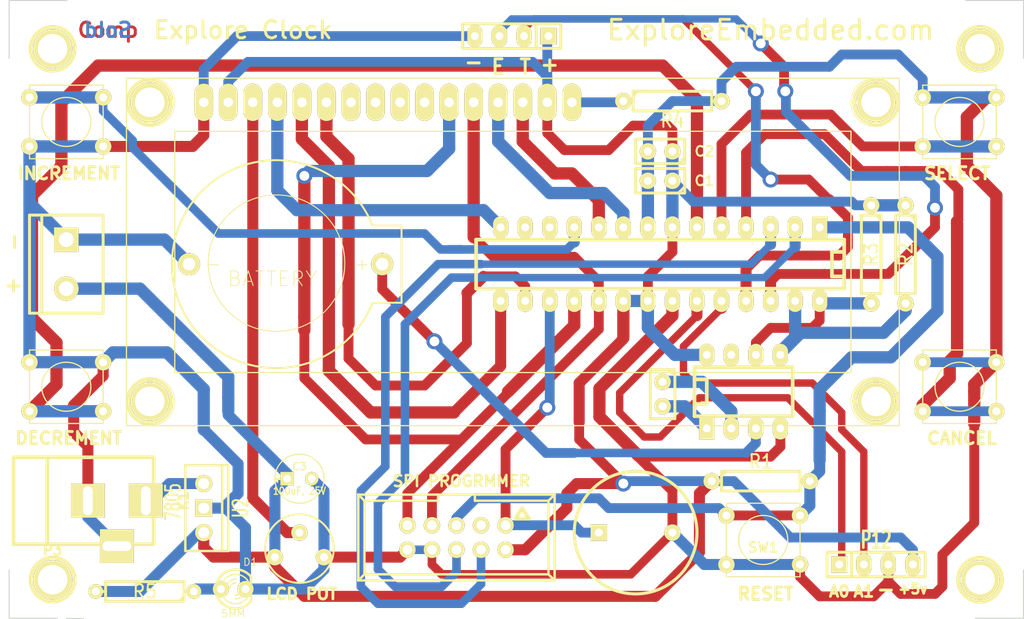
<source format=kicad_pcb>
(kicad_pcb (version 3) (host pcbnew "(2013-07-07 BZR 4022)-stable")

  (general
    (links 87)
    (no_connects 0)
    (area 24.702429 23.563999 130.374001 87.80145)
    (thickness 1.6)
    (drawings 35)
    (tracks 431)
    (zones 0)
    (modules 35)
    (nets 31)
  )

  (page A4)
  (layers
    (15 F.Cu signal)
    (0 B.Cu signal)
    (16 B.Adhes user)
    (17 F.Adhes user)
    (18 B.Paste user)
    (19 F.Paste user)
    (20 B.SilkS user)
    (21 F.SilkS user)
    (22 B.Mask user)
    (23 F.Mask user)
    (24 Dwgs.User user)
    (25 Cmts.User user)
    (26 Eco1.User user)
    (27 Eco2.User user)
    (28 Edge.Cuts user)
  )

  (setup
    (last_trace_width 0.254)
    (user_trace_width 0.635)
    (user_trace_width 0.762)
    (user_trace_width 0.889)
    (user_trace_width 1.016)
    (user_trace_width 1.143)
    (user_trace_width 1.27)
    (trace_clearance 0.254)
    (zone_clearance 0.508)
    (zone_45_only no)
    (trace_min 0.254)
    (segment_width 0.2)
    (edge_width 0.1)
    (via_size 0.889)
    (via_drill 0.635)
    (via_min_size 0.889)
    (via_min_drill 0.508)
    (user_via 1.27 0.889)
    (user_via 1.651 1.016)
    (uvia_size 0.508)
    (uvia_drill 0.127)
    (uvias_allowed no)
    (uvia_min_size 0.508)
    (uvia_min_drill 0.127)
    (pcb_text_width 0.3)
    (pcb_text_size 1.5 1.5)
    (mod_edge_width 0.15)
    (mod_text_size 1 1)
    (mod_text_width 0.15)
    (pad_size 1.7 1.7)
    (pad_drill 0.8128)
    (pad_to_mask_clearance 0)
    (aux_axis_origin 0 0)
    (visible_elements 7FFFFDFF)
    (pcbplotparams
      (layerselection 3178497)
      (usegerberextensions true)
      (excludeedgelayer true)
      (linewidth 0.150000)
      (plotframeref false)
      (viasonmask false)
      (mode 1)
      (useauxorigin false)
      (hpglpennumber 1)
      (hpglpenspeed 20)
      (hpglpendiameter 15)
      (hpglpenoverlay 2)
      (psnegative false)
      (psa4output false)
      (plotreference true)
      (plotvalue true)
      (plotothertext true)
      (plotinvisibletext false)
      (padsonsilk false)
      (subtractmaskfromsilk false)
      (outputformat 1)
      (mirror false)
      (drillshape 1)
      (scaleselection 1)
      (outputdirectory ""))
  )

  (net 0 "")
  (net 1 +5V)
  (net 2 /A0)
  (net 3 /A1)
  (net 4 /Echo)
  (net 5 /MISO)
  (net 6 /MOSI)
  (net 7 /RST)
  (net 8 /RX)
  (net 9 /SCK)
  (net 10 /TX)
  (net 11 /Trig)
  (net 12 GND)
  (net 13 N-000001)
  (net 14 N-0000010)
  (net 15 N-0000011)
  (net 16 N-0000012)
  (net 17 N-0000013)
  (net 18 N-0000014)
  (net 19 N-0000018)
  (net 20 N-0000019)
  (net 21 N-000002)
  (net 22 N-0000020)
  (net 23 N-000003)
  (net 24 N-0000032)
  (net 25 N-0000039)
  (net 26 N-000004)
  (net 27 N-0000040)
  (net 28 N-000005)
  (net 29 N-000006)
  (net 30 N-000008)

  (net_class Default "This is the default net class."
    (clearance 0.254)
    (trace_width 0.254)
    (via_dia 0.889)
    (via_drill 0.635)
    (uvia_dia 0.508)
    (uvia_drill 0.127)
    (add_net "")
    (add_net +5V)
    (add_net /A0)
    (add_net /A1)
    (add_net /Echo)
    (add_net /MISO)
    (add_net /MOSI)
    (add_net /RST)
    (add_net /RX)
    (add_net /SCK)
    (add_net /TX)
    (add_net /Trig)
    (add_net GND)
    (add_net N-000001)
    (add_net N-0000010)
    (add_net N-0000011)
    (add_net N-0000012)
    (add_net N-0000013)
    (add_net N-0000014)
    (add_net N-0000018)
    (add_net N-0000019)
    (add_net N-000002)
    (add_net N-0000020)
    (add_net N-000003)
    (add_net N-0000032)
    (add_net N-0000039)
    (add_net N-000004)
    (add_net N-0000040)
    (add_net N-000005)
    (add_net N-000006)
    (add_net N-000008)
  )

  (module VASCH5x2 (layer F.Cu) (tedit 551B71EA) (tstamp 551B71D7)
    (at 71.628 79.248 180)
    (descr CONNECTOR)
    (tags CONNECTOR)
    (path /54FAFCFD)
    (attr virtual)
    (fp_text reference P1 (at -8.89 -5.08 180) (layer F.SilkS) hide
      (effects (font (size 1.778 1.778) (thickness 0.0889)))
    )
    (fp_text value CONN_5X2 (at 1.016 6.604 180) (layer F.SilkS) hide
      (effects (font (size 1.778 1.778) (thickness 0.3048)))
    )
    (fp_line (start -9.525 -3.81) (end -10.16 -4.445) (layer F.SilkS) (width 0.254))
    (fp_line (start -9.525 3.81) (end -10.16 4.445) (layer F.SilkS) (width 0.254))
    (fp_line (start 9.525 3.81) (end 10.16 4.445) (layer F.SilkS) (width 0.254))
    (fp_line (start 9.525 -3.81) (end 10.16 -4.445) (layer F.SilkS) (width 0.254))
    (fp_line (start 1.905 4.445) (end 1.905 3.81) (layer F.SilkS) (width 0.254))
    (fp_line (start 1.905 3.81) (end 9.525 3.81) (layer F.SilkS) (width 0.254))
    (fp_line (start 9.525 3.81) (end 9.525 -3.81) (layer F.SilkS) (width 0.254))
    (fp_line (start 9.525 -3.81) (end -9.525 -3.81) (layer F.SilkS) (width 0.254))
    (fp_line (start -9.525 -3.81) (end -9.525 3.81) (layer F.SilkS) (width 0.254))
    (fp_line (start -9.525 3.81) (end -1.905 3.81) (layer F.SilkS) (width 0.254))
    (fp_line (start -1.905 3.81) (end -1.905 4.445) (layer F.SilkS) (width 0.254))
    (fp_line (start -10.16 4.445) (end 10.16 4.445) (layer F.SilkS) (width 0.254))
    (fp_line (start 10.16 -4.445) (end -10.16 -4.445) (layer F.SilkS) (width 0.254))
    (fp_line (start -10.16 -4.445) (end -10.16 4.445) (layer F.SilkS) (width 0.254))
    (fp_line (start 10.16 -4.445) (end 10.16 4.445) (layer F.SilkS) (width 0.254))
    (fp_line (start -7.49808 1.9685) (end -6.79958 3.03784) (layer F.SilkS) (width 0.4064))
    (fp_line (start -6.79958 3.03784) (end -6.09854 1.9685) (layer F.SilkS) (width 0.4064))
    (fp_line (start -6.09854 1.9685) (end -7.49808 1.9685) (layer F.SilkS) (width 0.4064))
    (pad 1 thru_hole circle (at -5.08 1.27 180) (size 1.7 1.7) (drill 0.99822)
      (layers *.Cu F.Paste F.SilkS F.Mask)
      (net 6 /MOSI)
    )
    (pad 2 thru_hole circle (at -5.08 -1.27 180) (size 1.7 1.7) (drill 0.99822)
      (layers *.Cu F.Paste F.SilkS F.Mask)
      (net 1 +5V)
    )
    (pad 3 thru_hole circle (at -2.54 1.27 180) (size 1.7 1.7) (drill 0.99822)
      (layers *.Cu F.Paste F.SilkS F.Mask)
    )
    (pad 4 thru_hole circle (at -2.54 -1.27 180) (size 1.7 1.7) (drill 0.99822)
      (layers *.Cu F.Paste F.SilkS F.Mask)
      (net 10 /TX)
    )
    (pad 5 thru_hole circle (at 0 1.27 180) (size 1.7 1.7) (drill 0.99822)
      (layers *.Cu F.Paste F.SilkS F.Mask)
      (net 7 /RST)
    )
    (pad 6 thru_hole circle (at 0 -1.27 180) (size 1.7 1.7) (drill 0.99822)
      (layers *.Cu F.Paste F.SilkS F.Mask)
      (net 8 /RX)
    )
    (pad 7 thru_hole circle (at 2.54 1.27 180) (size 1.7 1.7) (drill 0.99822)
      (layers *.Cu F.Paste F.SilkS F.Mask)
      (net 9 /SCK)
    )
    (pad 8 thru_hole circle (at 2.54 -1.27 180) (size 1.7 1.7) (drill 0.99822)
      (layers *.Cu F.Paste F.SilkS F.Mask)
      (net 12 GND)
    )
    (pad 9 thru_hole circle (at 5.08 1.27 180) (size 1.7 1.7) (drill 0.99822)
      (layers *.Cu F.Paste F.SilkS F.Mask)
      (net 5 /MISO)
    )
    (pad 10 thru_hole circle (at 5.08 -1.27 180) (size 1.7 1.7) (drill 0.99822)
      (layers *.Cu F.Paste F.SilkS F.Mask)
      (net 12 GND)
    )
  )

  (module RV2 (layer F.Cu) (tedit 551B750E) (tstamp 54FB2A1F)
    (at 55.372 80.01)
    (descr "Resistance variable / potentiometre")
    (tags R)
    (path /54FAFBE9)
    (autoplace_cost90 10)
    (autoplace_cost180 10)
    (fp_text reference RV1 (at 0 -5.08) (layer F.SilkS) hide
      (effects (font (size 1.397 1.27) (thickness 0.2032)))
    )
    (fp_text value POT (at -0.254 5.207) (layer F.SilkS) hide
      (effects (font (size 1.397 1.27) (thickness 0.2032)))
    )
    (fp_circle (center 0 0.381) (end 0 -3.175) (layer F.SilkS) (width 0.2032))
    (pad 1 thru_hole circle (at -2.54 1.27) (size 1.7 1.7) (drill 0.8128)
      (layers *.Cu *.Mask F.SilkS)
      (net 1 +5V)
    )
    (pad 2 thru_hole circle (at 0 -1.27) (size 1.7 1.7) (drill 0.8128)
      (layers *.Cu *.Mask F.SilkS)
      (net 15 N-0000011)
    )
    (pad 3 thru_hole circle (at 2.54 1.27) (size 1.7 1.7) (drill 0.8128)
      (layers *.Cu *.Mask F.SilkS)
      (net 12 GND)
    )
    (model discret/adjustable_rx2.wrl
      (at (xyz 0 0 0))
      (scale (xyz 1 1 1))
      (rotate (xyz 0 0 0))
    )
  )

  (module R4 (layer F.Cu) (tedit 551B79BF) (tstamp 54FB2A2D)
    (at 93.98 34.036)
    (descr "Resitance 4 pas")
    (tags R)
    (path /54FAFC07)
    (autoplace_cost180 10)
    (fp_text reference R4 (at 0 2.032) (layer F.SilkS)
      (effects (font (size 1.397 1.27) (thickness 0.2032)))
    )
    (fp_text value 2.2K (at 0 0) (layer F.SilkS) hide
      (effects (font (size 1.397 1.27) (thickness 0.2032)))
    )
    (fp_line (start -5.08 0) (end -4.064 0) (layer F.SilkS) (width 0.3048))
    (fp_line (start -4.064 0) (end -4.064 -1.016) (layer F.SilkS) (width 0.3048))
    (fp_line (start -4.064 -1.016) (end 4.064 -1.016) (layer F.SilkS) (width 0.3048))
    (fp_line (start 4.064 -1.016) (end 4.064 1.016) (layer F.SilkS) (width 0.3048))
    (fp_line (start 4.064 1.016) (end -4.064 1.016) (layer F.SilkS) (width 0.3048))
    (fp_line (start -4.064 1.016) (end -4.064 0) (layer F.SilkS) (width 0.3048))
    (fp_line (start -4.064 -0.508) (end -3.556 -1.016) (layer F.SilkS) (width 0.3048))
    (fp_line (start 5.08 0) (end 4.064 0) (layer F.SilkS) (width 0.3048))
    (pad 1 thru_hole circle (at -5.08 0) (size 1.7 1.7) (drill 0.8128)
      (layers *.Cu *.Mask F.SilkS)
      (net 22 N-0000020)
    )
    (pad 2 thru_hole circle (at 5.08 0) (size 1.7 1.7) (drill 0.8128)
      (layers *.Cu *.Mask F.SilkS)
      (net 12 GND)
    )
    (model discret/resistor.wrl
      (at (xyz 0 0 0))
      (scale (xyz 0.4 0.4 0.4))
      (rotate (xyz 0 0 0))
    )
  )

  (module R4 (layer F.Cu) (tedit 551B79EC) (tstamp 54FB2A3B)
    (at 114.554 49.911 270)
    (descr "Resitance 4 pas")
    (tags R)
    (path /54FAFC5A)
    (autoplace_cost180 10)
    (fp_text reference R3 (at 0 0 270) (layer F.SilkS)
      (effects (font (size 1.397 1.27) (thickness 0.2032)))
    )
    (fp_text value 10K (at 0 0 270) (layer F.SilkS) hide
      (effects (font (size 1.397 1.27) (thickness 0.2032)))
    )
    (fp_line (start -5.08 0) (end -4.064 0) (layer F.SilkS) (width 0.3048))
    (fp_line (start -4.064 0) (end -4.064 -1.016) (layer F.SilkS) (width 0.3048))
    (fp_line (start -4.064 -1.016) (end 4.064 -1.016) (layer F.SilkS) (width 0.3048))
    (fp_line (start 4.064 -1.016) (end 4.064 1.016) (layer F.SilkS) (width 0.3048))
    (fp_line (start 4.064 1.016) (end -4.064 1.016) (layer F.SilkS) (width 0.3048))
    (fp_line (start -4.064 1.016) (end -4.064 0) (layer F.SilkS) (width 0.3048))
    (fp_line (start -4.064 -0.508) (end -3.556 -1.016) (layer F.SilkS) (width 0.3048))
    (fp_line (start 5.08 0) (end 4.064 0) (layer F.SilkS) (width 0.3048))
    (pad 1 thru_hole circle (at -5.08 0 270) (size 1.7 1.7) (drill 0.8128)
      (layers *.Cu *.Mask F.SilkS)
      (net 1 +5V)
    )
    (pad 2 thru_hole circle (at 5.08 0 270) (size 1.7 1.7) (drill 0.8128)
      (layers *.Cu *.Mask F.SilkS)
      (net 30 N-000008)
    )
    (model discret/resistor.wrl
      (at (xyz 0 0 0))
      (scale (xyz 0.4 0.4 0.4))
      (rotate (xyz 0 0 0))
    )
  )

  (module R4 (layer F.Cu) (tedit 551B79E8) (tstamp 54FB2A49)
    (at 118.11 49.911 270)
    (descr "Resitance 4 pas")
    (tags R)
    (path /54FAFC60)
    (autoplace_cost180 10)
    (fp_text reference R2 (at 0 0 270) (layer F.SilkS)
      (effects (font (size 1.397 1.27) (thickness 0.2032)))
    )
    (fp_text value 10K (at 0 0 270) (layer F.SilkS) hide
      (effects (font (size 1.397 1.27) (thickness 0.2032)))
    )
    (fp_line (start -5.08 0) (end -4.064 0) (layer F.SilkS) (width 0.3048))
    (fp_line (start -4.064 0) (end -4.064 -1.016) (layer F.SilkS) (width 0.3048))
    (fp_line (start -4.064 -1.016) (end 4.064 -1.016) (layer F.SilkS) (width 0.3048))
    (fp_line (start 4.064 -1.016) (end 4.064 1.016) (layer F.SilkS) (width 0.3048))
    (fp_line (start 4.064 1.016) (end -4.064 1.016) (layer F.SilkS) (width 0.3048))
    (fp_line (start -4.064 1.016) (end -4.064 0) (layer F.SilkS) (width 0.3048))
    (fp_line (start -4.064 -0.508) (end -3.556 -1.016) (layer F.SilkS) (width 0.3048))
    (fp_line (start 5.08 0) (end 4.064 0) (layer F.SilkS) (width 0.3048))
    (pad 1 thru_hole circle (at -5.08 0 270) (size 1.7 1.7) (drill 0.8128)
      (layers *.Cu *.Mask F.SilkS)
      (net 1 +5V)
    )
    (pad 2 thru_hole circle (at 5.08 0 270) (size 1.7 1.7) (drill 0.8128)
      (layers *.Cu *.Mask F.SilkS)
      (net 14 N-0000010)
    )
    (model discret/resistor.wrl
      (at (xyz 0 0 0))
      (scale (xyz 0.4 0.4 0.4))
      (rotate (xyz 0 0 0))
    )
  )

  (module R4 (layer F.Cu) (tedit 551B7585) (tstamp 54FB2A57)
    (at 103.124 73.406)
    (descr "Resitance 4 pas")
    (tags R)
    (path /54FAFCBA)
    (autoplace_cost180 10)
    (fp_text reference R1 (at 0 -2.032) (layer F.SilkS)
      (effects (font (size 1.397 1.27) (thickness 0.2032)))
    )
    (fp_text value 10K (at 0 0) (layer F.SilkS) hide
      (effects (font (size 1.397 1.27) (thickness 0.2032)))
    )
    (fp_line (start -5.08 0) (end -4.064 0) (layer F.SilkS) (width 0.3048))
    (fp_line (start -4.064 0) (end -4.064 -1.016) (layer F.SilkS) (width 0.3048))
    (fp_line (start -4.064 -1.016) (end 4.064 -1.016) (layer F.SilkS) (width 0.3048))
    (fp_line (start 4.064 -1.016) (end 4.064 1.016) (layer F.SilkS) (width 0.3048))
    (fp_line (start 4.064 1.016) (end -4.064 1.016) (layer F.SilkS) (width 0.3048))
    (fp_line (start -4.064 1.016) (end -4.064 0) (layer F.SilkS) (width 0.3048))
    (fp_line (start -4.064 -0.508) (end -3.556 -1.016) (layer F.SilkS) (width 0.3048))
    (fp_line (start 5.08 0) (end 4.064 0) (layer F.SilkS) (width 0.3048))
    (pad 1 thru_hole circle (at -5.08 0) (size 1.7 1.7) (drill 0.8128)
      (layers *.Cu *.Mask F.SilkS)
      (net 1 +5V)
    )
    (pad 2 thru_hole circle (at 5.08 0) (size 1.7 1.7) (drill 0.8128)
      (layers *.Cu *.Mask F.SilkS)
      (net 7 /RST)
    )
    (model discret/resistor.wrl
      (at (xyz 0 0 0))
      (scale (xyz 0.4 0.4 0.4))
      (rotate (xyz 0 0 0))
    )
  )

  (module DIP-8__300_ELL (layer F.Cu) (tedit 551900EB) (tstamp 54FB2A6A)
    (at 101.346 64.135)
    (descr "8 pins DIL package, elliptical pads")
    (tags DIL)
    (path /54FAFDFB)
    (fp_text reference U1 (at -6.35 0 90) (layer F.SilkS) hide
      (effects (font (size 1.778 1.143) (thickness 0.28575)))
    )
    (fp_text value DS1307 (at 0 0) (layer F.SilkS) hide
      (effects (font (size 1.778 1.016) (thickness 0.254)))
    )
    (fp_line (start -5.08 -1.27) (end -3.81 -1.27) (layer F.SilkS) (width 0.381))
    (fp_line (start -3.81 -1.27) (end -3.81 1.27) (layer F.SilkS) (width 0.381))
    (fp_line (start -3.81 1.27) (end -5.08 1.27) (layer F.SilkS) (width 0.381))
    (fp_line (start -5.08 -2.54) (end 5.08 -2.54) (layer F.SilkS) (width 0.381))
    (fp_line (start 5.08 -2.54) (end 5.08 2.54) (layer F.SilkS) (width 0.381))
    (fp_line (start 5.08 2.54) (end -5.08 2.54) (layer F.SilkS) (width 0.381))
    (fp_line (start -5.08 2.54) (end -5.08 -2.54) (layer F.SilkS) (width 0.381))
    (pad 1 thru_hole rect (at -3.81 3.81) (size 1.5748 2.286) (drill 0.8128)
      (layers *.Cu *.Mask F.SilkS)
      (net 23 N-000003)
    )
    (pad 2 thru_hole oval (at -1.27 3.81) (size 1.5748 2.286) (drill 0.8128)
      (layers *.Cu *.Mask F.SilkS)
      (net 17 N-0000013)
    )
    (pad 3 thru_hole oval (at 1.27 3.81) (size 1.5748 2.286) (drill 0.8128)
      (layers *.Cu *.Mask F.SilkS)
      (net 21 N-000002)
    )
    (pad 4 thru_hole oval (at 3.81 3.81) (size 1.5748 2.286) (drill 0.8128)
      (layers *.Cu *.Mask F.SilkS)
      (net 12 GND)
    )
    (pad 5 thru_hole oval (at 3.81 -3.81) (size 1.5748 2.286) (drill 0.8128)
      (layers *.Cu *.Mask F.SilkS)
      (net 14 N-0000010)
    )
    (pad 6 thru_hole oval (at 1.27 -3.81) (size 1.5748 2.286) (drill 0.8128)
      (layers *.Cu *.Mask F.SilkS)
      (net 30 N-000008)
    )
    (pad 7 thru_hole oval (at -1.27 -3.81) (size 1.5748 2.286) (drill 0.8128)
      (layers *.Cu *.Mask F.SilkS)
    )
    (pad 8 thru_hole oval (at -3.81 -3.81) (size 1.5748 2.286) (drill 0.8128)
      (layers *.Cu *.Mask F.SilkS)
      (net 1 +5V)
    )
    (model dil/dil_8.wrl
      (at (xyz 0 0 0))
      (scale (xyz 1 1 1))
      (rotate (xyz 0 0 0))
    )
  )

  (module DIP-28__300_ELL (layer F.Cu) (tedit 551900F9) (tstamp 54FB2A91)
    (at 92.71 50.927 180)
    (descr "28 pins DIL package, elliptical pads, width 300mil")
    (tags DIL)
    (path /54FAFBD7)
    (fp_text reference IC1 (at -11.43 0 180) (layer F.SilkS) hide
      (effects (font (size 1.524 1.143) (thickness 0.28575)))
    )
    (fp_text value ATMEGA8-P (at 6.985 0 180) (layer F.SilkS) hide
      (effects (font (size 1.524 1.143) (thickness 0.28575)))
    )
    (fp_line (start -19.05 -2.54) (end 19.05 -2.54) (layer F.SilkS) (width 0.381))
    (fp_line (start 19.05 -2.54) (end 19.05 2.54) (layer F.SilkS) (width 0.381))
    (fp_line (start 19.05 2.54) (end -19.05 2.54) (layer F.SilkS) (width 0.381))
    (fp_line (start -19.05 2.54) (end -19.05 -2.54) (layer F.SilkS) (width 0.381))
    (fp_line (start -19.05 -1.27) (end -17.78 -1.27) (layer F.SilkS) (width 0.381))
    (fp_line (start -17.78 -1.27) (end -17.78 1.27) (layer F.SilkS) (width 0.381))
    (fp_line (start -17.78 1.27) (end -19.05 1.27) (layer F.SilkS) (width 0.381))
    (pad 2 thru_hole oval (at -13.97 3.81 180) (size 1.5748 2.286) (drill 0.8128)
      (layers *.Cu *.Mask F.SilkS)
      (net 8 /RX)
    )
    (pad 3 thru_hole oval (at -11.43 3.81 180) (size 1.5748 2.286) (drill 0.8128)
      (layers *.Cu *.Mask F.SilkS)
      (net 10 /TX)
    )
    (pad 4 thru_hole oval (at -8.89 3.81 180) (size 1.5748 2.286) (drill 0.8128)
      (layers *.Cu *.Mask F.SilkS)
      (net 29 N-000006)
    )
    (pad 5 thru_hole oval (at -6.35 3.81 180) (size 1.5748 2.286) (drill 0.8128)
      (layers *.Cu *.Mask F.SilkS)
      (net 28 N-000005)
    )
    (pad 6 thru_hole oval (at -3.81 3.81 180) (size 1.5748 2.286) (drill 0.8128)
      (layers *.Cu *.Mask F.SilkS)
      (net 13 N-000001)
    )
    (pad 7 thru_hole oval (at -1.27 3.81 180) (size 1.5748 2.286) (drill 0.8128)
      (layers *.Cu *.Mask F.SilkS)
      (net 1 +5V)
    )
    (pad 8 thru_hole oval (at 1.27 3.81 180) (size 1.5748 2.286) (drill 0.8128)
      (layers *.Cu *.Mask F.SilkS)
      (net 12 GND)
    )
    (pad 9 thru_hole oval (at 3.81 3.81 180) (size 1.5748 2.286) (drill 0.8128)
      (layers *.Cu *.Mask F.SilkS)
      (net 18 N-0000014)
    )
    (pad 10 thru_hole oval (at 6.35 3.81 180) (size 1.5748 2.286) (drill 0.8128)
      (layers *.Cu *.Mask F.SilkS)
      (net 16 N-0000012)
    )
    (pad 11 thru_hole oval (at 8.89 3.81 180) (size 1.5748 2.286) (drill 0.8128)
      (layers *.Cu *.Mask F.SilkS)
      (net 26 N-000004)
    )
    (pad 12 thru_hole oval (at 11.43 3.81 180) (size 1.5748 2.286) (drill 0.8128)
      (layers *.Cu *.Mask F.SilkS)
    )
    (pad 13 thru_hole oval (at 13.97 3.81 180) (size 1.5748 2.286) (drill 0.8128)
      (layers *.Cu *.Mask F.SilkS)
    )
    (pad 14 thru_hole oval (at 16.51 3.81 180) (size 1.5748 2.286) (drill 0.8128)
      (layers *.Cu *.Mask F.SilkS)
      (net 24 N-0000032)
    )
    (pad 1 thru_hole rect (at -16.51 3.81 180) (size 1.5748 2.286) (drill 0.8128)
      (layers *.Cu *.Mask F.SilkS)
      (net 7 /RST)
    )
    (pad 15 thru_hole oval (at 16.51 -3.81 180) (size 1.5748 2.286) (drill 0.8128)
      (layers *.Cu *.Mask F.SilkS)
      (net 27 N-0000040)
    )
    (pad 16 thru_hole oval (at 13.97 -3.81 180) (size 1.5748 2.286) (drill 0.8128)
      (layers *.Cu *.Mask F.SilkS)
      (net 25 N-0000039)
    )
    (pad 17 thru_hole oval (at 11.43 -3.81 180) (size 1.5748 2.286) (drill 0.8128)
      (layers *.Cu *.Mask F.SilkS)
      (net 6 /MOSI)
    )
    (pad 18 thru_hole oval (at 8.89 -3.81 180) (size 1.5748 2.286) (drill 0.8128)
      (layers *.Cu *.Mask F.SilkS)
      (net 5 /MISO)
    )
    (pad 19 thru_hole oval (at 6.35 -3.81 180) (size 1.5748 2.286) (drill 0.8128)
      (layers *.Cu *.Mask F.SilkS)
      (net 9 /SCK)
    )
    (pad 20 thru_hole oval (at 3.81 -3.81 180) (size 1.5748 2.286) (drill 0.8128)
      (layers *.Cu *.Mask F.SilkS)
      (net 1 +5V)
    )
    (pad 21 thru_hole oval (at 1.27 -3.81 180) (size 1.5748 2.286) (drill 0.8128)
      (layers *.Cu *.Mask F.SilkS)
      (net 1 +5V)
    )
    (pad 22 thru_hole oval (at -1.27 -3.81 180) (size 1.5748 2.286) (drill 0.8128)
      (layers *.Cu *.Mask F.SilkS)
      (net 12 GND)
    )
    (pad 23 thru_hole oval (at -3.81 -3.81 180) (size 1.5748 2.286) (drill 0.8128)
      (layers *.Cu *.Mask F.SilkS)
      (net 2 /A0)
    )
    (pad 24 thru_hole oval (at -6.35 -3.81 180) (size 1.5748 2.286) (drill 0.8128)
      (layers *.Cu *.Mask F.SilkS)
      (net 3 /A1)
    )
    (pad 25 thru_hole oval (at -8.89 -3.81 180) (size 1.5748 2.286) (drill 0.8128)
      (layers *.Cu *.Mask F.SilkS)
      (net 11 /Trig)
    )
    (pad 26 thru_hole oval (at -11.43 -3.81 180) (size 1.5748 2.286) (drill 0.8128)
      (layers *.Cu *.Mask F.SilkS)
      (net 4 /Echo)
    )
    (pad 27 thru_hole oval (at -13.97 -3.81 180) (size 1.5748 2.286) (drill 0.8128)
      (layers *.Cu *.Mask F.SilkS)
      (net 14 N-0000010)
    )
    (pad 28 thru_hole oval (at -16.51 -3.81 180) (size 1.5748 2.286) (drill 0.8128)
      (layers *.Cu *.Mask F.SilkS)
      (net 30 N-000008)
    )
    (model dil/dil_28-w300.wrl
      (at (xyz 0 0 0))
      (scale (xyz 1 1 1))
      (rotate (xyz 0 0 0))
    )
  )

  (module C1 (layer F.Cu) (tedit 551B79F7) (tstamp 55100F3C)
    (at 92.964 64.389 270)
    (descr "Condensateur e = 1 pas")
    (tags C)
    (path /54FAFC50)
    (fp_text reference X1 (at 0.254 -2.286 270) (layer F.SilkS) hide
      (effects (font (size 1.016 1.016) (thickness 0.2032)))
    )
    (fp_text value CRYSTAL (at 0 -2.286 270) (layer F.SilkS) hide
      (effects (font (size 1.016 1.016) (thickness 0.2032)))
    )
    (fp_line (start -2.4892 -1.27) (end 2.54 -1.27) (layer F.SilkS) (width 0.3048))
    (fp_line (start 2.54 -1.27) (end 2.54 1.27) (layer F.SilkS) (width 0.3048))
    (fp_line (start 2.54 1.27) (end -2.54 1.27) (layer F.SilkS) (width 0.3048))
    (fp_line (start -2.54 1.27) (end -2.54 -1.27) (layer F.SilkS) (width 0.3048))
    (fp_line (start -2.54 -0.635) (end -1.905 -1.27) (layer F.SilkS) (width 0.3048))
    (pad 1 thru_hole circle (at -1.27 0 270) (size 1.7 1.7) (drill 0.8128)
      (layers *.Cu *.Mask F.SilkS)
      (net 17 N-0000013)
    )
    (pad 2 thru_hole circle (at 1.27 0 270) (size 1.7 1.7) (drill 0.8128)
      (layers *.Cu *.Mask F.SilkS)
      (net 23 N-000003)
    )
    (model discret/capa_1_pas.wrl
      (at (xyz 0 0 0))
      (scale (xyz 1 1 1))
      (rotate (xyz 0 0 0))
    )
  )

  (module C1 (layer F.Cu) (tedit 551B79C8) (tstamp 54FB2AA7)
    (at 92.71 39.243 180)
    (descr "Condensateur e = 1 pas")
    (tags C)
    (path /54FAFC3D)
    (fp_text reference C2 (at -4.572 0 180) (layer F.SilkS)
      (effects (font (size 1.016 1.016) (thickness 0.2032)))
    )
    (fp_text value 0.1uF (at 0 -2.286 180) (layer F.SilkS) hide
      (effects (font (size 1.016 1.016) (thickness 0.2032)))
    )
    (fp_line (start -2.4892 -1.27) (end 2.54 -1.27) (layer F.SilkS) (width 0.3048))
    (fp_line (start 2.54 -1.27) (end 2.54 1.27) (layer F.SilkS) (width 0.3048))
    (fp_line (start 2.54 1.27) (end -2.54 1.27) (layer F.SilkS) (width 0.3048))
    (fp_line (start -2.54 1.27) (end -2.54 -1.27) (layer F.SilkS) (width 0.3048))
    (fp_line (start -2.54 -0.635) (end -1.905 -1.27) (layer F.SilkS) (width 0.3048))
    (pad 1 thru_hole circle (at -1.27 0 180) (size 1.7 1.7) (drill 0.8128)
      (layers *.Cu *.Mask F.SilkS)
      (net 1 +5V)
    )
    (pad 2 thru_hole circle (at 1.27 0 180) (size 1.7 1.7) (drill 0.8128)
      (layers *.Cu *.Mask F.SilkS)
      (net 12 GND)
    )
    (model discret/capa_1_pas.wrl
      (at (xyz 0 0 0))
      (scale (xyz 1 1 1))
      (rotate (xyz 0 0 0))
    )
  )

  (module C1 (layer F.Cu) (tedit 551B79D2) (tstamp 54FB2AB2)
    (at 92.71 42.291 180)
    (descr "Condensateur e = 1 pas")
    (tags C)
    (path /54FAFC37)
    (fp_text reference C1 (at -4.572 0 180) (layer F.SilkS)
      (effects (font (size 1.016 1.016) (thickness 0.2032)))
    )
    (fp_text value 0.1uF (at 0 -2.286 180) (layer F.SilkS) hide
      (effects (font (size 1.016 1.016) (thickness 0.2032)))
    )
    (fp_line (start -2.4892 -1.27) (end 2.54 -1.27) (layer F.SilkS) (width 0.3048))
    (fp_line (start 2.54 -1.27) (end 2.54 1.27) (layer F.SilkS) (width 0.3048))
    (fp_line (start 2.54 1.27) (end -2.54 1.27) (layer F.SilkS) (width 0.3048))
    (fp_line (start -2.54 1.27) (end -2.54 -1.27) (layer F.SilkS) (width 0.3048))
    (fp_line (start -2.54 -0.635) (end -1.905 -1.27) (layer F.SilkS) (width 0.3048))
    (pad 1 thru_hole circle (at -1.27 0 180) (size 1.7 1.7) (drill 0.8128)
      (layers *.Cu *.Mask F.SilkS)
      (net 1 +5V)
    )
    (pad 2 thru_hole circle (at 1.27 0 180) (size 1.7 1.7) (drill 0.8128)
      (layers *.Cu *.Mask F.SilkS)
      (net 12 GND)
    )
    (model discret/capa_1_pas.wrl
      (at (xyz 0 0 0))
      (scale (xyz 1 1 1))
      (rotate (xyz 0 0 0))
    )
  )

  (module BATT_rtc_XL (layer F.Cu) (tedit 551B7A1D) (tstamp 54FB2AC6)
    (at 43.942 50.927)
    (path /54FAFD21)
    (attr virtual)
    (fp_text reference BT1 (at 4.064 -1.016) (layer F.SilkS) hide
      (effects (font (size 1.524 1.524) (thickness 0.0889)))
    )
    (fp_text value BATTERY (at 8.636 1.524) (layer F.SilkS)
      (effects (font (size 1.524 1.524) (thickness 0.0889)))
    )
    (fp_line (start 18.9992 -3.99796) (end 21.99894 -3.99796) (layer F.SilkS) (width 0.2032))
    (fp_line (start 21.99894 -3.99796) (end 21.99894 3.99796) (layer F.SilkS) (width 0.2032))
    (fp_line (start 21.99894 3.99796) (end 18.9992 3.99796) (layer F.SilkS) (width 0.2032))
    (fp_circle (center 9.05764 -0.09906) (end 14.05636 -5.09778) (layer F.SilkS) (width 0.1016))
    (fp_arc (start 8.99922 0) (end 18.9992 3.99796) (angle 316.3) (layer F.SilkS) (width 0.2032))
    (fp_text user + (at 17.9197 -0.03302) (layer F.SilkS)
      (effects (font (size 1.27 1.27) (thickness 0.0889)))
    )
    (fp_text user - (at 2.58318 -0.03302) (layer F.SilkS)
      (effects (font (size 1.27 1.27) (thickness 0.0889)))
    )
    (pad 1 thru_hole circle (at 19.99996 0) (size 2.3 2.3) (drill 1.29794)
      (layers *.Cu F.Paste F.SilkS F.Mask)
      (net 21 N-000002)
    )
    (pad 2 thru_hole circle (at 0 0) (size 2.3 2.3) (drill 1.29794)
      (layers *.Cu F.Paste F.SilkS F.Mask)
      (net 12 GND)
    )
  )

  (module lcd_2x16_led_backlight-HY-1602F (layer F.Cu) (tedit 551B82A6) (tstamp 54FB2AF2)
    (at 42.926 34.163)
    (path /54FAFDE2)
    (attr virtual)
    (fp_text reference LCD1 (at 0 -5.588) (layer B.SilkS) hide
      (effects (font (size 1.524 1.524) (thickness 0.3048)))
    )
    (fp_text value LCD_2X16_SIL (at 16.256 -5.588) (layer F.SilkS) hide
      (effects (font (size 1.524 1.524) (thickness 0.15)))
    )
    (fp_line (start -5.45846 -2.49936) (end 74.53884 -2.49936) (layer F.SilkS) (width 0.127))
    (fp_line (start 74.53884 -2.49936) (end 74.53884 33.49752) (layer F.SilkS) (width 0.127))
    (fp_line (start 74.53884 33.49752) (end -5.45846 33.49752) (layer F.SilkS) (width 0.127))
    (fp_line (start -5.45846 33.49752) (end -5.45846 -2.49936) (layer F.SilkS) (width 0.127))
    (fp_line (start -0.45974 2.99974) (end 69.53758 2.99974) (layer F.SilkS) (width 0.127))
    (fp_line (start 69.53758 2.99974) (end 69.53758 27.99842) (layer F.SilkS) (width 0.127))
    (fp_line (start -0.45974 2.99974) (end -0.45974 27.99842) (layer F.SilkS) (width 0.127))
    (fp_line (start -0.45974 27.99842) (end 69.53758 27.99842) (layer F.SilkS) (width 0.127))
    (fp_circle (center -2.9591 0) (end -4.74218 1.78308) (layer F.SilkS) (width 0.0635))
    (fp_circle (center 72.03948 0) (end 73.8251 1.78562) (layer F.SilkS) (width 0.0635))
    (fp_circle (center 72.03948 30.99816) (end 73.8251 32.78378) (layer F.SilkS) (width 0.0635))
    (fp_circle (center -2.9591 30.99816) (end -4.74218 32.78124) (layer F.SilkS) (width 0.0635))
    (fp_circle (center -2.9591 0) (end -3.58394 0.62484) (layer F.SilkS) (width 0.127))
    (fp_line (start -4.20878 0) (end -1.70942 0) (layer F.SilkS) (width 0.127))
    (fp_line (start -2.9591 1.24968) (end -2.9591 -1.24968) (layer F.SilkS) (width 0.127))
    (fp_circle (center 72.03948 0) (end 72.66432 0.62484) (layer F.SilkS) (width 0.127))
    (fp_line (start 70.7898 0) (end 73.28916 0) (layer F.SilkS) (width 0.127))
    (fp_line (start 72.03948 1.24968) (end 72.03948 -1.24968) (layer F.SilkS) (width 0.127))
    (fp_circle (center -2.9591 30.99816) (end -3.58394 31.623) (layer F.SilkS) (width 0.127))
    (fp_line (start -4.20878 30.99816) (end -1.70942 30.99816) (layer F.SilkS) (width 0.127))
    (fp_line (start -2.9591 32.24784) (end -2.9591 29.74848) (layer F.SilkS) (width 0.127))
    (fp_circle (center 72.03948 30.99816) (end 72.66432 31.623) (layer F.SilkS) (width 0.127))
    (fp_line (start 70.7898 30.99816) (end 73.28916 30.99816) (layer F.SilkS) (width 0.127))
    (fp_line (start 72.03948 32.24784) (end 72.03948 29.74848) (layer F.SilkS) (width 0.127))
    (pad 1 thru_hole oval (at 2.54 0) (size 1.9304 3.8608) (drill 0.99822)
      (layers *.Cu *.Mask F.Paste F.SilkS)
      (net 12 GND)
    )
    (pad 2 thru_hole oval (at 5.08 0) (size 1.9304 3.8608) (drill 0.99822)
      (layers *.Cu *.Mask F.Paste F.SilkS)
      (net 1 +5V)
    )
    (pad 3 thru_hole oval (at 7.62 0) (size 1.9304 3.8608) (drill 0.99822)
      (layers *.Cu *.Mask F.Paste F.SilkS)
      (net 15 N-0000011)
    )
    (pad 4 thru_hole oval (at 10.16 0) (size 1.9304 3.8608) (drill 0.99822)
      (layers *.Cu *.Mask F.Paste F.SilkS)
      (net 24 N-0000032)
    )
    (pad 5 thru_hole oval (at 12.7 0) (size 1.9304 3.8608) (drill 0.99822)
      (layers *.Cu *.Mask F.Paste F.SilkS)
      (net 27 N-0000040)
    )
    (pad 6 thru_hole oval (at 15.24 0) (size 1.9304 3.8608) (drill 0.99822)
      (layers *.Cu *.Mask F.Paste F.SilkS)
      (net 25 N-0000039)
    )
    (pad 7 thru_hole oval (at 17.78 0) (size 1.9304 3.8608) (drill 0.99822)
      (layers *.Cu *.Mask F.Paste F.SilkS)
    )
    (pad 8 thru_hole oval (at 20.32 0) (size 1.9304 3.8608) (drill 0.99822)
      (layers *.Cu *.Mask F.Paste F.SilkS)
    )
    (pad 9 thru_hole oval (at 22.86 0) (size 1.9304 3.8608) (drill 0.99822)
      (layers *.Cu *.Mask F.Paste F.SilkS)
    )
    (pad 10 thru_hole oval (at 25.4 0) (size 1.9304 3.8608) (drill 0.99822)
      (layers *.Cu *.Mask F.Paste F.SilkS)
    )
    (pad 11 thru_hole oval (at 27.94 0) (size 1.9304 3.8608) (drill 0.99822)
      (layers *.Cu *.Mask F.Paste F.SilkS)
      (net 5 /MISO)
    )
    (pad 12 thru_hole oval (at 30.48 0) (size 1.9304 3.8608) (drill 0.99822)
      (layers *.Cu *.Mask F.Paste F.SilkS)
      (net 9 /SCK)
    )
    (pad 13 thru_hole oval (at 33.02 0) (size 1.9304 3.8608) (drill 0.99822)
      (layers *.Cu *.Mask F.Paste F.SilkS)
      (net 18 N-0000014)
    )
    (pad 14 thru_hole oval (at 35.56 0) (size 1.9304 3.8608) (drill 0.99822)
      (layers *.Cu *.Mask F.Paste F.SilkS)
      (net 16 N-0000012)
    )
    (pad 15 thru_hole oval (at 38.1 0) (size 1.9304 3.8608) (drill 0.99822)
      (layers *.Cu *.Mask F.Paste F.SilkS)
      (net 1 +5V)
    )
    (pad 16 thru_hole oval (at 40.64 0) (size 1.9304 3.8608) (drill 0.99822)
      (layers *.Cu *.Mask F.Paste F.SilkS)
      (net 22 N-0000020)
    )
    (model discret/lcds/lcd_16x2_cinza.wrl
      (at (xyz 1.3 -0.6 0.3))
      (scale (xyz 1.4 1.9 1.9))
      (rotate (xyz 0 0 0))
    )
  )

  (module SW_PUSH_SMALL (layer F.Cu) (tedit 551B7147) (tstamp 54FB29D5)
    (at 31.242 63.627)
    (path /54FAFC78)
    (fp_text reference SW3 (at 0 -0.762) (layer F.SilkS) hide
      (effects (font (size 1.016 1.016) (thickness 0.2032)))
    )
    (fp_text value DEC (at 0 5.08) (layer F.SilkS) hide
      (effects (font (size 1.016 1.016) (thickness 0.2032)))
    )
    (fp_circle (center 0 0) (end 0 -2.54) (layer F.SilkS) (width 0.127))
    (fp_line (start -3.81 -3.81) (end 3.81 -3.81) (layer F.SilkS) (width 0.127))
    (fp_line (start 3.81 -3.81) (end 3.81 3.81) (layer F.SilkS) (width 0.127))
    (fp_line (start 3.81 3.81) (end -3.81 3.81) (layer F.SilkS) (width 0.127))
    (fp_line (start -3.81 -3.81) (end -3.81 3.81) (layer F.SilkS) (width 0.127))
    (pad 1 thru_hole circle (at 3.81 -2.54) (size 1.7 1.7) (drill 0.8128)
      (layers *.Cu *.Mask F.SilkS)
      (net 12 GND)
    )
    (pad 2 thru_hole circle (at 3.81 2.54) (size 1.7 1.7) (drill 0.8128)
      (layers *.Cu *.Mask F.SilkS)
      (net 13 N-000001)
    )
    (pad 1 thru_hole circle (at -3.81 -2.54) (size 1.7 1.7) (drill 0.8128)
      (layers *.Cu *.Mask F.SilkS)
      (net 12 GND)
    )
    (pad 2 thru_hole circle (at -3.81 2.54) (size 1.7 1.7) (drill 0.8128)
      (layers *.Cu *.Mask F.SilkS)
      (net 13 N-000001)
    )
    (model discret/push_butt_shape1_blue.wrl
      (at (xyz 0 0 0))
      (scale (xyz 1 1 1))
      (rotate (xyz 0 0 0))
    )
  )

  (module SW_PUSH_SMALL (layer F.Cu) (tedit 551B799B) (tstamp 54FB29E2)
    (at 123.698 63.627)
    (path /54FAFC7E)
    (fp_text reference SW5 (at 0 -0.762) (layer F.SilkS) hide
      (effects (font (size 1.016 1.016) (thickness 0.2032)))
    )
    (fp_text value CAN (at -0.508 5.08) (layer F.SilkS) hide
      (effects (font (size 1.016 1.016) (thickness 0.2032)))
    )
    (fp_circle (center 0 0) (end 0 -2.54) (layer F.SilkS) (width 0.127))
    (fp_line (start -3.81 -3.81) (end 3.81 -3.81) (layer F.SilkS) (width 0.127))
    (fp_line (start 3.81 -3.81) (end 3.81 3.81) (layer F.SilkS) (width 0.127))
    (fp_line (start 3.81 3.81) (end -3.81 3.81) (layer F.SilkS) (width 0.127))
    (fp_line (start -3.81 -3.81) (end -3.81 3.81) (layer F.SilkS) (width 0.127))
    (pad 1 thru_hole circle (at 3.81 -2.54) (size 1.7 1.7) (drill 0.8128)
      (layers *.Cu *.Mask F.SilkS)
      (net 12 GND)
    )
    (pad 2 thru_hole circle (at 3.81 2.54) (size 1.7 1.7) (drill 0.8128)
      (layers *.Cu *.Mask F.SilkS)
      (net 29 N-000006)
    )
    (pad 1 thru_hole circle (at -3.81 -2.54) (size 1.7 1.7) (drill 0.8128)
      (layers *.Cu *.Mask F.SilkS)
      (net 12 GND)
    )
    (pad 2 thru_hole circle (at -3.81 2.54) (size 1.7 1.7) (drill 0.8128)
      (layers *.Cu *.Mask F.SilkS)
      (net 29 N-000006)
    )
    (model discret/push_butt_shape1_green.wrl
      (at (xyz 0 0 0))
      (scale (xyz 1 1 1))
      (rotate (xyz 0 0 0))
    )
  )

  (module SW_PUSH_SMALL (layer F.Cu) (tedit 551B715E) (tstamp 54FB29EF)
    (at 31.242 36.195 180)
    (path /54FAFC84)
    (fp_text reference SW2 (at 0 -0.762 180) (layer F.SilkS) hide
      (effects (font (size 1.016 1.016) (thickness 0.2032)))
    )
    (fp_text value INC (at 0 -5.588 180) (layer F.SilkS) hide
      (effects (font (size 1.016 1.016) (thickness 0.2032)))
    )
    (fp_circle (center 0 0) (end 0 -2.54) (layer F.SilkS) (width 0.127))
    (fp_line (start -3.81 -3.81) (end 3.81 -3.81) (layer F.SilkS) (width 0.127))
    (fp_line (start 3.81 -3.81) (end 3.81 3.81) (layer F.SilkS) (width 0.127))
    (fp_line (start 3.81 3.81) (end -3.81 3.81) (layer F.SilkS) (width 0.127))
    (fp_line (start -3.81 -3.81) (end -3.81 3.81) (layer F.SilkS) (width 0.127))
    (pad 1 thru_hole circle (at 3.81 -2.54 180) (size 1.7 1.7) (drill 0.8128)
      (layers *.Cu *.Mask F.SilkS)
      (net 12 GND)
    )
    (pad 2 thru_hole circle (at 3.81 2.54 180) (size 1.7 1.7) (drill 0.8128)
      (layers *.Cu *.Mask F.SilkS)
      (net 26 N-000004)
    )
    (pad 1 thru_hole circle (at -3.81 -2.54 180) (size 1.7 1.7) (drill 0.8128)
      (layers *.Cu *.Mask F.SilkS)
      (net 12 GND)
    )
    (pad 2 thru_hole circle (at -3.81 2.54 180) (size 1.7 1.7) (drill 0.8128)
      (layers *.Cu *.Mask F.SilkS)
      (net 26 N-000004)
    )
    (model discret/push_butt_shape1_blue.wrl
      (at (xyz 0 0 0))
      (scale (xyz 1 1 1))
      (rotate (xyz 0 0 0))
    )
  )

  (module SW_PUSH_SMALL (layer F.Cu) (tedit 551B79B0) (tstamp 54FB29FC)
    (at 123.698 36.195)
    (path /54FAFC8A)
    (fp_text reference SW4 (at 0 -0.762) (layer F.SilkS) hide
      (effects (font (size 1.016 1.016) (thickness 0.2032)))
    )
    (fp_text value SEL (at 0 5.08) (layer F.SilkS) hide
      (effects (font (size 1.016 1.016) (thickness 0.2032)))
    )
    (fp_circle (center 0 0) (end 0 -2.54) (layer F.SilkS) (width 0.127))
    (fp_line (start -3.81 -3.81) (end 3.81 -3.81) (layer F.SilkS) (width 0.127))
    (fp_line (start 3.81 -3.81) (end 3.81 3.81) (layer F.SilkS) (width 0.127))
    (fp_line (start 3.81 3.81) (end -3.81 3.81) (layer F.SilkS) (width 0.127))
    (fp_line (start -3.81 -3.81) (end -3.81 3.81) (layer F.SilkS) (width 0.127))
    (pad 1 thru_hole circle (at 3.81 -2.54) (size 1.7 1.7) (drill 0.8128)
      (layers *.Cu *.Mask F.SilkS)
      (net 12 GND)
    )
    (pad 2 thru_hole circle (at 3.81 2.54) (size 1.7 1.7) (drill 0.8128)
      (layers *.Cu *.Mask F.SilkS)
      (net 28 N-000005)
    )
    (pad 1 thru_hole circle (at -3.81 -2.54) (size 1.7 1.7) (drill 0.8128)
      (layers *.Cu *.Mask F.SilkS)
      (net 12 GND)
    )
    (pad 2 thru_hole circle (at -3.81 2.54) (size 1.7 1.7) (drill 0.8128)
      (layers *.Cu *.Mask F.SilkS)
      (net 28 N-000005)
    )
    (model discret/push_butt_shape1_green.wrl
      (at (xyz 0 0 0))
      (scale (xyz 1 1 1))
      (rotate (xyz 0 0 0))
    )
  )

  (module SW_PUSH_SMALL (layer F.Cu) (tedit 551B757B) (tstamp 54FB2A09)
    (at 103.378 79.502 180)
    (path /54FAFCC0)
    (fp_text reference SW1 (at 0 -0.762 180) (layer F.SilkS)
      (effects (font (size 1.016 1.016) (thickness 0.2032)))
    )
    (fp_text value SPST (at 0 -5.08 180) (layer F.SilkS) hide
      (effects (font (size 1.016 1.016) (thickness 0.2032)))
    )
    (fp_circle (center 0 0) (end 0 -2.54) (layer F.SilkS) (width 0.127))
    (fp_line (start -3.81 -3.81) (end 3.81 -3.81) (layer F.SilkS) (width 0.127))
    (fp_line (start 3.81 -3.81) (end 3.81 3.81) (layer F.SilkS) (width 0.127))
    (fp_line (start 3.81 3.81) (end -3.81 3.81) (layer F.SilkS) (width 0.127))
    (fp_line (start -3.81 -3.81) (end -3.81 3.81) (layer F.SilkS) (width 0.127))
    (pad 1 thru_hole circle (at 3.81 -2.54 180) (size 1.7 1.7) (drill 0.8128)
      (layers *.Cu *.Mask F.SilkS)
      (net 12 GND)
    )
    (pad 2 thru_hole circle (at 3.81 2.54 180) (size 1.7 1.7) (drill 0.8128)
      (layers *.Cu *.Mask F.SilkS)
      (net 7 /RST)
    )
    (pad 1 thru_hole circle (at -3.81 -2.54 180) (size 1.7 1.7) (drill 0.8128)
      (layers *.Cu *.Mask F.SilkS)
      (net 12 GND)
    )
    (pad 2 thru_hole circle (at -3.81 2.54 180) (size 1.7 1.7) (drill 0.8128)
      (layers *.Cu *.Mask F.SilkS)
      (net 7 /RST)
    )
    (model discret/push_butt_shape1_red.wrl
      (at (xyz 0 0 0))
      (scale (xyz 1 1 1))
      (rotate (xyz 0 0 0))
    )
  )

  (module bornier2 (layer F.Cu) (tedit 5519009E) (tstamp 55017ACD)
    (at 31.242 50.927 270)
    (descr "Bornier d'alimentation 2 pins")
    (tags DEV)
    (path /54FB047E)
    (fp_text reference P2 (at 1.016 -5.08 270) (layer F.SilkS) hide
      (effects (font (size 1.524 1.524) (thickness 0.3048)))
    )
    (fp_text value "Power " (at 0 5.08 270) (layer F.SilkS) hide
      (effects (font (size 1.524 1.524) (thickness 0.3048)))
    )
    (fp_line (start 5.08 2.54) (end -5.08 2.54) (layer F.SilkS) (width 0.3048))
    (fp_line (start 5.08 3.81) (end 5.08 -3.81) (layer F.SilkS) (width 0.3048))
    (fp_line (start 5.08 -3.81) (end -5.08 -3.81) (layer F.SilkS) (width 0.3048))
    (fp_line (start -5.08 -3.81) (end -5.08 3.81) (layer F.SilkS) (width 0.3048))
    (fp_line (start -5.08 3.81) (end 5.08 3.81) (layer F.SilkS) (width 0.3048))
    (pad 1 thru_hole rect (at -2.54 0 270) (size 2.54 2.54) (drill 1.524)
      (layers *.Cu *.Mask F.SilkS)
      (net 12 GND)
    )
    (pad 2 thru_hole circle (at 2.54 0 270) (size 2.54 2.54) (drill 1.524)
      (layers *.Cu *.Mask F.SilkS)
      (net 1 +5V)
    )
    (model device/bornier_2.wrl
      (at (xyz 0 0 0))
      (scale (xyz 1 1 1))
      (rotate (xyz 0 0 0))
    )
  )

  (module 1pin (layer F.Cu) (tedit 200000) (tstamp 55017AD3)
    (at 29.824 83.614)
    (descr "module 1 pin (ou trou mecanique de percage)")
    (tags DEV)
    (path /55017B61)
    (fp_text reference P3 (at 0 -3.048) (layer F.SilkS)
      (effects (font (size 1.016 1.016) (thickness 0.254)))
    )
    (fp_text value CONN_1 (at 0 2.794) (layer F.SilkS) hide
      (effects (font (size 1.016 1.016) (thickness 0.254)))
    )
    (fp_circle (center 0 0) (end 0 -2.286) (layer F.SilkS) (width 0.381))
    (pad 1 thru_hole circle (at 0 0) (size 4.064 4.064) (drill 3.048)
      (layers *.Cu *.Mask F.SilkS)
    )
  )

  (module 1pin (layer F.Cu) (tedit 55190103) (tstamp 55017AD9)
    (at 29.824 28.614)
    (descr "module 1 pin (ou trou mecanique de percage)")
    (tags DEV)
    (path /55017B6E)
    (fp_text reference P4 (at 0 -3.048) (layer F.SilkS) hide
      (effects (font (size 1.016 1.016) (thickness 0.254)))
    )
    (fp_text value CONN_1 (at 0 2.794) (layer F.SilkS) hide
      (effects (font (size 1.016 1.016) (thickness 0.254)))
    )
    (fp_circle (center 0 0) (end 0 -2.286) (layer F.SilkS) (width 0.381))
    (pad 1 thru_hole circle (at 0 0) (size 4.064 4.064) (drill 3.048)
      (layers *.Cu *.Mask F.SilkS)
    )
  )

  (module 1pin (layer F.Cu) (tedit 551900C3) (tstamp 55017ADF)
    (at 125.824 28.614)
    (descr "module 1 pin (ou trou mecanique de percage)")
    (tags DEV)
    (path /55017B74)
    (fp_text reference P5 (at 0 -3.048) (layer F.SilkS) hide
      (effects (font (size 1.016 1.016) (thickness 0.254)))
    )
    (fp_text value CONN_1 (at 0 2.794) (layer F.SilkS) hide
      (effects (font (size 1.016 1.016) (thickness 0.254)))
    )
    (fp_circle (center 0 0) (end 0 -2.286) (layer F.SilkS) (width 0.381))
    (pad 1 thru_hole circle (at 0 0) (size 4.064 4.064) (drill 3.048)
      (layers *.Cu *.Mask F.SilkS)
    )
  )

  (module 1pin (layer F.Cu) (tedit 5519007D) (tstamp 55017AE5)
    (at 125.824 83.614)
    (descr "module 1 pin (ou trou mecanique de percage)")
    (tags DEV)
    (path /55017B7A)
    (fp_text reference P6 (at 0 -3.048) (layer F.SilkS) hide
      (effects (font (size 1.016 1.016) (thickness 0.254)))
    )
    (fp_text value CONN_1 (at 0 2.794) (layer F.SilkS) hide
      (effects (font (size 1.016 1.016) (thickness 0.254)))
    )
    (fp_circle (center 0 0) (end 0 -2.286) (layer F.SilkS) (width 0.381))
    (pad 1 thru_hole circle (at 0 0) (size 4.064 4.064) (drill 3.048)
      (layers *.Cu *.Mask F.SilkS)
    )
  )

  (module 1pin (layer F.Cu) (tedit 551900C0) (tstamp 551011D1)
    (at 115.062 34.163)
    (descr "module 1 pin (ou trou mecanique de percage)")
    (tags DEV)
    (path /551012CF)
    (fp_text reference P7 (at 0 -3.048) (layer F.SilkS) hide
      (effects (font (size 1.016 1.016) (thickness 0.254)))
    )
    (fp_text value CONN_1 (at 0 2.794) (layer F.SilkS) hide
      (effects (font (size 1.016 1.016) (thickness 0.254)))
    )
    (fp_circle (center 0 0) (end 0 -2.286) (layer F.SilkS) (width 0.381))
    (pad 1 thru_hole circle (at 0 0) (size 4.064 4.064) (drill 3.048)
      (layers *.Cu *.Mask F.SilkS)
    )
  )

  (module 1pin (layer F.Cu) (tedit 551900AC) (tstamp 551011D7)
    (at 39.878 34.163)
    (descr "module 1 pin (ou trou mecanique de percage)")
    (tags DEV)
    (path /551012D5)
    (fp_text reference P8 (at 0 -3.048) (layer F.SilkS) hide
      (effects (font (size 1.016 1.016) (thickness 0.254)))
    )
    (fp_text value CONN_1 (at 0 2.794) (layer F.SilkS) hide
      (effects (font (size 1.016 1.016) (thickness 0.254)))
    )
    (fp_circle (center 0 0) (end 0 -2.286) (layer F.SilkS) (width 0.381))
    (pad 1 thru_hole circle (at 0 0) (size 4.064 4.064) (drill 3.048)
      (layers *.Cu *.Mask F.SilkS)
    )
  )

  (module 1pin (layer F.Cu) (tedit 551900CF) (tstamp 551011DD)
    (at 39.878 65.151)
    (descr "module 1 pin (ou trou mecanique de percage)")
    (tags DEV)
    (path /551012DB)
    (fp_text reference P9 (at 0 -3.048) (layer F.SilkS) hide
      (effects (font (size 1.016 1.016) (thickness 0.254)))
    )
    (fp_text value CONN_1 (at 0 2.794) (layer F.SilkS) hide
      (effects (font (size 1.016 1.016) (thickness 0.254)))
    )
    (fp_circle (center 0 0) (end 0 -2.286) (layer F.SilkS) (width 0.381))
    (pad 1 thru_hole circle (at 0 0) (size 4.064 4.064) (drill 3.048)
      (layers *.Cu *.Mask F.SilkS)
    )
  )

  (module 1pin (layer F.Cu) (tedit 551900DC) (tstamp 551011E3)
    (at 115.062 65.151)
    (descr "module 1 pin (ou trou mecanique de percage)")
    (tags DEV)
    (path /551012E1)
    (fp_text reference P10 (at 0 -3.048) (layer F.SilkS) hide
      (effects (font (size 1.016 1.016) (thickness 0.254)))
    )
    (fp_text value CONN_1 (at 0 2.794) (layer F.SilkS) hide
      (effects (font (size 1.016 1.016) (thickness 0.254)))
    )
    (fp_circle (center 0 0) (end 0 -2.286) (layer F.SilkS) (width 0.381))
    (pad 1 thru_hole circle (at 0 0) (size 4.064 4.064) (drill 3.048)
      (layers *.Cu *.Mask F.SilkS)
    )
  )

  (module BUZ3-5 (layer F.Cu) (tedit 551B7532) (tstamp 550D710A)
    (at 90.17 78.74)
    (path /54FAFCA8)
    (fp_text reference SP1 (at -0.508 -3.048) (layer F.SilkS) hide
      (effects (font (size 1.524 1.524) (thickness 0.3048)))
    )
    (fp_text value SPEAKER (at 0 3.302) (layer F.SilkS) hide
      (effects (font (size 1.524 1.524) (thickness 0.3048)))
    )
    (fp_circle (center 0 0) (end -6.35 0) (layer F.SilkS) (width 0.3175))
    (pad 1 thru_hole rect (at -3.81 0) (size 1.7 1.7) (drill 0.8128)
      (layers *.Cu *.Mask F.SilkS)
      (net 6 /MOSI)
    )
    (pad 2 thru_hole circle (at 3.81 0) (size 1.7 1.7) (drill 0.8128)
      (layers *.Cu *.Mask F.SilkS)
      (net 12 GND)
    )
  )

  (module SIL-4 (layer F.Cu) (tedit 551D16D0) (tstamp 551D0B39)
    (at 115.062 82.042)
    (descr "Connecteur 4 pibs")
    (tags "CONN DEV")
    (path /551D0A31)
    (fp_text reference P12 (at 0 -2.54) (layer F.SilkS)
      (effects (font (size 1.73482 1.08712) (thickness 0.3048)))
    )
    (fp_text value CONN_4 (at 0 -2.54) (layer F.SilkS) hide
      (effects (font (size 1.524 1.016) (thickness 0.3048)))
    )
    (fp_line (start -5.08 -1.27) (end -5.08 -1.27) (layer F.SilkS) (width 0.3048))
    (fp_line (start -5.08 1.27) (end -5.08 -1.27) (layer F.SilkS) (width 0.3048))
    (fp_line (start -5.08 -1.27) (end -5.08 -1.27) (layer F.SilkS) (width 0.3048))
    (fp_line (start -5.08 -1.27) (end 5.08 -1.27) (layer F.SilkS) (width 0.3048))
    (fp_line (start 5.08 -1.27) (end 5.08 1.27) (layer F.SilkS) (width 0.3048))
    (fp_line (start 5.08 1.27) (end -5.08 1.27) (layer F.SilkS) (width 0.3048))
    (fp_line (start -2.54 1.27) (end -2.54 -1.27) (layer F.SilkS) (width 0.3048))
    (pad 1 thru_hole rect (at -3.81 0) (size 1.7 1.7) (drill 0.8128)
      (layers *.Cu *.Mask F.SilkS)
      (net 2 /A0)
    )
    (pad 2 thru_hole oval (at -1.27 0) (size 1.5748 2.286) (drill 0.8128)
      (layers *.Cu *.Mask F.SilkS)
      (net 3 /A1)
    )
    (pad 3 thru_hole oval (at 1.27 0) (size 1.5748 2.286) (drill 0.8128)
      (layers *.Cu *.Mask F.SilkS)
      (net 12 GND)
    )
    (pad 4 thru_hole oval (at 3.81 0) (size 1.5748 2.286) (drill 0.8128)
      (layers *.Cu *.Mask F.SilkS)
      (net 1 +5V)
    )
  )

  (module SIL-4 (layer F.Cu) (tedit 551D171B) (tstamp 551011CB)
    (at 77.343 27.305 180)
    (descr "Connecteur 4 pibs")
    (tags "CONN DEV")
    (path /551CF2AF)
    (fp_text reference P11 (at 0 -2.54 180) (layer F.SilkS) hide
      (effects (font (size 1.73482 1.08712) (thickness 0.27178)))
    )
    (fp_text value CONN_4 (at 0 -2.54 180) (layer F.SilkS) hide
      (effects (font (size 1.524 1.016) (thickness 0.3048)))
    )
    (fp_line (start -5.08 -1.27) (end -5.08 -1.27) (layer F.SilkS) (width 0.3048))
    (fp_line (start -5.08 1.27) (end -5.08 -1.27) (layer F.SilkS) (width 0.3048))
    (fp_line (start -5.08 -1.27) (end -5.08 -1.27) (layer F.SilkS) (width 0.3048))
    (fp_line (start -5.08 -1.27) (end 5.08 -1.27) (layer F.SilkS) (width 0.3048))
    (fp_line (start 5.08 -1.27) (end 5.08 1.27) (layer F.SilkS) (width 0.3048))
    (fp_line (start 5.08 1.27) (end -5.08 1.27) (layer F.SilkS) (width 0.3048))
    (fp_line (start -2.54 1.27) (end -2.54 -1.27) (layer F.SilkS) (width 0.3048))
    (pad 1 thru_hole rect (at -3.81 0 180) (size 1.7 1.7) (drill 0.8128)
      (layers *.Cu *.Mask F.SilkS)
      (net 1 +5V)
    )
    (pad 2 thru_hole oval (at -1.27 0 180) (size 1.5748 2.286) (drill 0.8128)
      (layers *.Cu *.Mask F.SilkS)
      (net 11 /Trig)
    )
    (pad 3 thru_hole oval (at 1.27 0 180) (size 1.5748 2.286) (drill 0.8128)
      (layers *.Cu *.Mask F.SilkS)
      (net 4 /Echo)
    )
    (pad 4 thru_hole oval (at 3.81 0 180) (size 1.5748 2.286) (drill 0.8128)
      (layers *.Cu *.Mask F.SilkS)
      (net 12 GND)
    )
  )

  (module R4 (layer F.Cu) (tedit 200000) (tstamp 553A431C)
    (at 39.37 84.836 180)
    (descr "Resitance 4 pas")
    (tags R)
    (path /5539F7A2)
    (autoplace_cost180 10)
    (fp_text reference R5 (at 0 0 180) (layer F.SilkS)
      (effects (font (size 1.397 1.27) (thickness 0.2032)))
    )
    (fp_text value 470 (at 0 0 180) (layer F.SilkS) hide
      (effects (font (size 1.397 1.27) (thickness 0.2032)))
    )
    (fp_line (start -5.08 0) (end -4.064 0) (layer F.SilkS) (width 0.3048))
    (fp_line (start -4.064 0) (end -4.064 -1.016) (layer F.SilkS) (width 0.3048))
    (fp_line (start -4.064 -1.016) (end 4.064 -1.016) (layer F.SilkS) (width 0.3048))
    (fp_line (start 4.064 -1.016) (end 4.064 1.016) (layer F.SilkS) (width 0.3048))
    (fp_line (start 4.064 1.016) (end -4.064 1.016) (layer F.SilkS) (width 0.3048))
    (fp_line (start -4.064 1.016) (end -4.064 0) (layer F.SilkS) (width 0.3048))
    (fp_line (start -4.064 -0.508) (end -3.556 -1.016) (layer F.SilkS) (width 0.3048))
    (fp_line (start 5.08 0) (end 4.064 0) (layer F.SilkS) (width 0.3048))
    (pad 1 thru_hole circle (at -5.08 0 180) (size 1.524 1.524) (drill 0.8128)
      (layers *.Cu *.Mask F.SilkS)
      (net 20 N-0000019)
    )
    (pad 2 thru_hole circle (at 5.08 0 180) (size 1.524 1.524) (drill 0.8128)
      (layers *.Cu *.Mask F.SilkS)
      (net 1 +5V)
    )
    (model discret/resistor.wrl
      (at (xyz 0 0 0))
      (scale (xyz 0.4 0.4 0.4))
      (rotate (xyz 0 0 0))
    )
  )

  (module LED-3MM (layer F.Cu) (tedit 50ADE848) (tstamp 553A4347)
    (at 48.514 84.582)
    (descr "LED 3mm - Lead pitch 100mil (2,54mm)")
    (tags "LED led 3mm 3MM 100mil 2,54mm")
    (path /5539F7AE)
    (fp_text reference D1 (at 1.778 -2.794) (layer F.SilkS)
      (effects (font (size 0.762 0.762) (thickness 0.0889)))
    )
    (fp_text value 5MM (at 0 2.54) (layer F.SilkS)
      (effects (font (size 0.762 0.762) (thickness 0.0889)))
    )
    (fp_line (start 1.8288 1.27) (end 1.8288 -1.27) (layer F.SilkS) (width 0.254))
    (fp_arc (start 0.254 0) (end -1.27 0) (angle 39.8) (layer F.SilkS) (width 0.1524))
    (fp_arc (start 0.254 0) (end -0.88392 1.01092) (angle 41.6) (layer F.SilkS) (width 0.1524))
    (fp_arc (start 0.254 0) (end 1.4097 -0.9906) (angle 40.6) (layer F.SilkS) (width 0.1524))
    (fp_arc (start 0.254 0) (end 1.778 0) (angle 39.8) (layer F.SilkS) (width 0.1524))
    (fp_arc (start 0.254 0) (end 0.254 -1.524) (angle 54.4) (layer F.SilkS) (width 0.1524))
    (fp_arc (start 0.254 0) (end -0.9652 -0.9144) (angle 53.1) (layer F.SilkS) (width 0.1524))
    (fp_arc (start 0.254 0) (end 1.45542 0.93472) (angle 52.1) (layer F.SilkS) (width 0.1524))
    (fp_arc (start 0.254 0) (end 0.254 1.524) (angle 52.1) (layer F.SilkS) (width 0.1524))
    (fp_arc (start 0.254 0) (end -0.381 0) (angle 90) (layer F.SilkS) (width 0.1524))
    (fp_arc (start 0.254 0) (end -0.762 0) (angle 90) (layer F.SilkS) (width 0.1524))
    (fp_arc (start 0.254 0) (end 0.889 0) (angle 90) (layer F.SilkS) (width 0.1524))
    (fp_arc (start 0.254 0) (end 1.27 0) (angle 90) (layer F.SilkS) (width 0.1524))
    (fp_arc (start 0.254 0) (end 0.254 -2.032) (angle 50.1) (layer F.SilkS) (width 0.254))
    (fp_arc (start 0.254 0) (end -1.5367 -0.95504) (angle 61.9) (layer F.SilkS) (width 0.254))
    (fp_arc (start 0.254 0) (end 1.8034 1.31064) (angle 49.7) (layer F.SilkS) (width 0.254))
    (fp_arc (start 0.254 0) (end 0.254 2.032) (angle 60.2) (layer F.SilkS) (width 0.254))
    (fp_arc (start 0.254 0) (end -1.778 0) (angle 28.3) (layer F.SilkS) (width 0.254))
    (fp_arc (start 0.254 0) (end -1.47574 1.06426) (angle 31.6) (layer F.SilkS) (width 0.254))
    (pad 1 thru_hole circle (at -1.27 0) (size 1.6764 1.6764) (drill 0.8128)
      (layers *.Cu *.Mask F.SilkS)
      (net 20 N-0000019)
    )
    (pad 2 thru_hole circle (at 1.27 0) (size 1.6764 1.6764) (drill 0.8128)
      (layers *.Cu *.Mask F.SilkS)
      (net 12 GND)
    )
    (model discret/leds/led3_vertical_verde.wrl
      (at (xyz 0 0 0))
      (scale (xyz 1 1 1))
      (rotate (xyz 0 0 0))
    )
  )

  (module C1V5 (layer F.Cu) (tedit 3E070CF4) (tstamp 553A434F)
    (at 55.372 73.152)
    (descr "Condensateur e = 1 pas")
    (tags C)
    (path /5539F796)
    (fp_text reference C3 (at 0 -1.26746) (layer F.SilkS)
      (effects (font (size 0.762 0.762) (thickness 0.127)))
    )
    (fp_text value "100uF, 25V" (at 0 1.27) (layer F.SilkS)
      (effects (font (size 0.762 0.635) (thickness 0.127)))
    )
    (fp_text user + (at -2.286 0) (layer F.SilkS)
      (effects (font (size 0.762 0.762) (thickness 0.2032)))
    )
    (fp_circle (center 0 0) (end 0.127 -2.54) (layer F.SilkS) (width 0.127))
    (pad 1 thru_hole rect (at -1.27 0) (size 1.397 1.397) (drill 0.8128)
      (layers *.Cu *.Mask F.SilkS)
      (net 1 +5V)
    )
    (pad 2 thru_hole circle (at 1.27 0) (size 1.397 1.397) (drill 0.8128)
      (layers *.Cu *.Mask F.SilkS)
      (net 12 GND)
    )
    (model discret/c_vert_c1v5.wrl
      (at (xyz 0 0 0))
      (scale (xyz 1 1 1))
      (rotate (xyz 0 0 0))
    )
  )

  (module BARREL_JACK (layer F.Cu) (tedit 505F99C2) (tstamp 553A435B)
    (at 33.274 75.438)
    (descr "DC Barrel Jack")
    (tags "Power Jack")
    (path /5539F7A8)
    (fp_text reference K1 (at 10.09904 0 90) (layer F.SilkS)
      (effects (font (size 1.016 1.016) (thickness 0.2032)))
    )
    (fp_text value BARREL (at 0 -5.99948) (layer F.SilkS) hide
      (effects (font (size 1.016 1.016) (thickness 0.2032)))
    )
    (fp_line (start -4.0005 -4.50088) (end -4.0005 4.50088) (layer F.SilkS) (width 0.381))
    (fp_line (start -7.50062 -4.50088) (end -7.50062 4.50088) (layer F.SilkS) (width 0.381))
    (fp_line (start -7.50062 4.50088) (end 7.00024 4.50088) (layer F.SilkS) (width 0.381))
    (fp_line (start 7.00024 4.50088) (end 7.00024 -4.50088) (layer F.SilkS) (width 0.381))
    (fp_line (start 7.00024 -4.50088) (end -7.50062 -4.50088) (layer F.SilkS) (width 0.381))
    (pad 1 thru_hole rect (at 6.20014 0) (size 3.50012 3.50012) (drill oval 1.00076 2.99974)
      (layers *.Cu *.Mask F.SilkS)
      (net 19 N-0000018)
    )
    (pad 2 thru_hole rect (at 0.20066 0) (size 3.50012 3.50012) (drill oval 1.00076 2.99974)
      (layers *.Cu *.Mask F.SilkS)
      (net 12 GND)
    )
    (pad 3 thru_hole rect (at 3.2004 4.699) (size 3.50012 3.50012) (drill oval 2.99974 1.00076)
      (layers *.Cu *.Mask F.SilkS)
      (net 12 GND)
    )
  )

  (module LM78XXV (layer F.Cu) (tedit 4C5EE157) (tstamp 553A432E)
    (at 45.466 76.2)
    (descr "Regulateur TO220 serie LM78xx")
    (tags "TR TO220")
    (path /5539F7B4)
    (fp_text reference U2 (at 3.81 0 90) (layer F.SilkS)
      (effects (font (size 1.524 1.016) (thickness 0.2032)))
    )
    (fp_text value 7805 (at -3.175 -0.635 90) (layer F.SilkS)
      (effects (font (size 1.524 1.016) (thickness 0.2032)))
    )
    (fp_line (start 1.905 -4.445) (end 2.54 -4.445) (layer F.SilkS) (width 0.254))
    (fp_line (start 2.54 -4.445) (end 2.54 4.445) (layer F.SilkS) (width 0.254))
    (fp_line (start 2.54 4.445) (end 1.905 4.445) (layer F.SilkS) (width 0.254))
    (fp_line (start -1.905 -4.445) (end 1.905 -4.445) (layer F.SilkS) (width 0.254))
    (fp_line (start 1.905 -4.445) (end 1.905 4.445) (layer F.SilkS) (width 0.254))
    (fp_line (start 1.905 4.445) (end -1.905 4.445) (layer F.SilkS) (width 0.254))
    (fp_line (start -1.905 4.445) (end -1.905 -4.445) (layer F.SilkS) (width 0.254))
    (pad VI thru_hole circle (at 0 -2.54) (size 1.778 1.778) (drill 1.143)
      (layers *.Cu *.Mask F.SilkS)
      (net 19 N-0000018)
    )
    (pad GND thru_hole rect (at 0 0) (size 1.778 1.778) (drill 1.143)
      (layers *.Cu *.Mask F.SilkS)
      (net 12 GND)
    )
    (pad VO thru_hole circle (at 0 2.54) (size 1.778 1.778) (drill 1.143)
      (layers *.Cu *.Mask F.SilkS)
      (net 1 +5V)
    )
  )

  (gr_text Sold (at 35.56 26.67) (layer B.Cu)
    (effects (font (size 1.5 1.5) (thickness 0.3)) (justify mirror))
  )
  (gr_text Comp (at 35.56 26.67) (layer F.Cu)
    (effects (font (size 1.5 1.5) (thickness 0.3)))
  )
  (gr_text "Explore Clock" (at 49.53 26.67) (layer F.SilkS)
    (effects (font (size 1.778 1.778) (thickness 0.3)))
  )
  (gr_line (start 31.242 87.63) (end 33.02 87.63) (angle 90) (layer Edge.Cuts) (width 0.1))
  (gr_text + (at 81.28 30.226) (layer F.SilkS)
    (effects (font (size 1.5 1.5) (thickness 0.3)))
  )
  (gr_text T (at 78.74 30.48) (layer F.SilkS)
    (effects (font (size 1.5 1.5) (thickness 0.3)))
  )
  (gr_text E (at 75.946 30.48) (layer F.SilkS)
    (effects (font (size 1.5 1.5) (thickness 0.3)))
  )
  (gr_text - (at 73.406 29.972) (layer F.SilkS)
    (effects (font (size 1.5 1.5) (thickness 0.3)))
  )
  (gr_line (start 130.324 23.614) (end 124.324 23.614) (angle 90) (layer Edge.Cuts) (width 0.1))
  (gr_line (start 130.324 24.614) (end 130.324 23.614) (angle 90) (layer Edge.Cuts) (width 0.1))
  (gr_line (start 25.324 23.614) (end 31.324 23.614) (angle 90) (layer Edge.Cuts) (width 0.1))
  (gr_line (start 25.324 24.614) (end 25.324 23.614) (angle 90) (layer Edge.Cuts) (width 0.1))
  (gr_line (start 130.324 87.614) (end 125.324 87.614) (angle 90) (layer Edge.Cuts) (width 0.1))
  (gr_line (start 130.324 82.614) (end 130.324 87.614) (angle 90) (layer Edge.Cuts) (width 0.1))
  (gr_line (start 130.324 87.614) (end 130.324 82.614) (angle 90) (layer Edge.Cuts) (width 0.1))
  (gr_line (start 25.324 87.614) (end 30.324 87.614) (angle 90) (layer Edge.Cuts) (width 0.1))
  (gr_line (start 25.324 87.614) (end 25.324 82.614) (angle 90) (layer Edge.Cuts) (width 0.1))
  (gr_line (start 25.324 24.614) (end 25.324 29.614) (angle 90) (layer Edge.Cuts) (width 0.1))
  (gr_line (start 130.324 24.614) (end 130.324 29.614) (angle 90) (layer Edge.Cuts) (width 0.1))
  (gr_text ExploreEmbedded.com (at 104.14 26.67) (layer F.SilkS)
    (effects (font (size 2.032 2.032) (thickness 0.3)))
  )
  (gr_text - (at 25.781 48.641 90) (layer F.SilkS)
    (effects (font (size 1.5 1.5) (thickness 0.3)))
  )
  (gr_text "SPI PROGRMMER" (at 72.136 73.406) (layer F.SilkS)
    (effects (font (size 1.143 1.143) (thickness 0.254)))
  )
  (gr_text "LCD POT" (at 55.626 85.09) (layer F.SilkS)
    (effects (font (size 1.143 1.143) (thickness 0.28575)))
  )
  (gr_text RESET (at 103.632 85.09) (layer F.SilkS)
    (effects (font (size 1.27 1.27) (thickness 0.3)))
  )
  (gr_text +5v (at 118.872 84.582) (layer F.SilkS)
    (effects (font (size 1.016 1.016) (thickness 0.254)))
  )
  (gr_text - (at 116.078 84.582) (layer F.SilkS)
    (effects (font (size 1.5 1.5) (thickness 0.3)))
  )
  (gr_text A1 (at 113.792 84.836) (layer F.SilkS)
    (effects (font (size 1.143 1.143) (thickness 0.28575)))
  )
  (gr_text A0 (at 111.252 84.836) (layer F.SilkS)
    (effects (font (size 1.143 1.143) (thickness 0.28575)))
  )
  (gr_text + (at 25.781 53.086) (layer F.SilkS)
    (effects (font (size 1.5 1.5) (thickness 0.3)))
  )
  (gr_text DECREMENT (at 31.496 68.961) (layer F.SilkS)
    (effects (font (size 1.27 1.27) (thickness 0.3)))
  )
  (gr_text INCREMENT (at 31.496 41.529) (layer F.SilkS)
    (effects (font (size 1.27 1.27) (thickness 0.3)))
  )
  (gr_text CANCEL (at 123.952 68.961) (layer F.SilkS)
    (effects (font (size 1.27 1.27) (thickness 0.3)))
  )
  (gr_text SELECT (at 123.444 41.529) (layer F.SilkS)
    (effects (font (size 1.27 1.27) (thickness 0.3)))
  )
  (gr_text + (at 32.766 57.023) (layer Dwgs.User)
    (effects (font (size 1.5 1.5) (thickness 0.3)))
  )
  (gr_text - (at 32.766 44.831) (layer Dwgs.User)
    (effects (font (size 1.5 1.5) (thickness 0.3)))
  )

  (segment (start 81.026 34.163) (end 81.026 31.496) (width 1.016) (layer B.Cu) (net 1))
  (segment (start 48.006 32.004) (end 48.006 34.163) (width 1.016) (layer B.Cu) (net 1) (tstamp 553B52F5))
  (segment (start 50.038 29.972) (end 48.006 32.004) (width 1.016) (layer B.Cu) (net 1) (tstamp 553B52F2))
  (segment (start 79.502 29.972) (end 50.038 29.972) (width 1.016) (layer B.Cu) (net 1) (tstamp 553B52F0))
  (segment (start 81.026 31.496) (end 79.502 29.972) (width 1.016) (layer B.Cu) (net 1) (tstamp 553B52EC))
  (segment (start 81.026 34.163) (end 81.026 27.432) (width 1.016) (layer B.Cu) (net 1))
  (segment (start 81.026 27.432) (end 81.153 27.305) (width 1.016) (layer B.Cu) (net 1) (tstamp 553B5276))
  (segment (start 93.98 39.243) (end 93.98 37.084) (width 1.016) (layer F.Cu) (net 1))
  (segment (start 81.026 37.338) (end 81.026 34.163) (width 1.016) (layer F.Cu) (net 1) (tstamp 553B5272))
  (segment (start 82.804 39.116) (end 81.026 37.338) (width 1.016) (layer F.Cu) (net 1) (tstamp 553B5271))
  (segment (start 87.376 39.116) (end 82.804 39.116) (width 1.016) (layer F.Cu) (net 1) (tstamp 553B5270))
  (segment (start 89.916 36.576) (end 87.376 39.116) (width 1.016) (layer F.Cu) (net 1) (tstamp 553B5268))
  (segment (start 93.472 36.576) (end 89.916 36.576) (width 1.016) (layer F.Cu) (net 1) (tstamp 553B5263))
  (segment (start 93.98 37.084) (end 93.472 36.576) (width 1.016) (layer F.Cu) (net 1) (tstamp 553B5262))
  (segment (start 84.328 69.088) (end 88.9 73.66) (width 1.016) (layer F.Cu) (net 1) (tstamp 553B4DA9))
  (segment (start 76.708 80.518) (end 78.74 80.518) (width 1.143) (layer F.Cu) (net 1))
  (segment (start 84.074 73.66) (end 88.9 73.66) (width 1.143) (layer F.Cu) (net 1) (tstamp 553B50DD))
  (segment (start 83.058 74.676) (end 84.074 73.66) (width 1.143) (layer F.Cu) (net 1) (tstamp 553B50DC))
  (segment (start 83.058 76.2) (end 83.058 74.676) (width 1.143) (layer F.Cu) (net 1) (tstamp 553B50DB))
  (segment (start 78.74 80.518) (end 83.058 76.2) (width 1.143) (layer F.Cu) (net 1) (tstamp 553B50DA))
  (segment (start 52.832 81.28) (end 52.832 82.296) (width 1.143) (layer F.Cu) (net 1))
  (segment (start 96.774 74.676) (end 98.044 73.406) (width 1.143) (layer F.Cu) (net 1) (tstamp 553B50D7))
  (segment (start 96.774 80.772) (end 96.774 74.676) (width 1.143) (layer F.Cu) (net 1) (tstamp 553B50D4))
  (segment (start 92.202 85.344) (end 96.774 80.772) (width 1.143) (layer F.Cu) (net 1) (tstamp 553B50D2))
  (segment (start 55.88 85.344) (end 92.202 85.344) (width 1.143) (layer F.Cu) (net 1) (tstamp 553B50C6))
  (segment (start 52.832 82.296) (end 55.88 85.344) (width 1.143) (layer F.Cu) (net 1) (tstamp 553B50C2))
  (segment (start 54.102 73.152) (end 54.102 72.644) (width 1.143) (layer B.Cu) (net 1))
  (segment (start 48.006 66.548) (end 48.006 64.77) (width 1.143) (layer B.Cu) (net 1) (tstamp 553B50A1))
  (segment (start 54.102 72.644) (end 48.006 66.548) (width 1.143) (layer B.Cu) (net 1) (tstamp 553B509E))
  (segment (start 52.832 81.28) (end 46.482 81.28) (width 1.143) (layer F.Cu) (net 1))
  (segment (start 45.466 80.264) (end 45.466 78.74) (width 1.143) (layer F.Cu) (net 1) (tstamp 553B506A))
  (segment (start 46.482 81.28) (end 45.466 80.264) (width 1.143) (layer F.Cu) (net 1) (tstamp 553B5068))
  (segment (start 52.832 81.28) (end 52.832 74.422) (width 1.143) (layer B.Cu) (net 1))
  (segment (start 52.832 74.422) (end 54.102 73.152) (width 1.143) (layer B.Cu) (net 1) (tstamp 553B505B))
  (segment (start 34.29 84.836) (end 38.862 84.836) (width 1.143) (layer B.Cu) (net 1))
  (segment (start 38.862 84.836) (end 44.958 78.74) (width 1.143) (layer B.Cu) (net 1) (tstamp 553B5037))
  (segment (start 44.958 78.74) (end 45.466 78.74) (width 1.143) (layer B.Cu) (net 1) (tstamp 553B5038))
  (segment (start 84.328 67.31) (end 84.328 69.088) (width 1.016) (layer F.Cu) (net 1))
  (segment (start 88.9 58.674) (end 84.328 63.246) (width 1.143) (layer F.Cu) (net 1) (tstamp 551B6AC9))
  (segment (start 84.328 63.246) (end 84.328 67.31) (width 1.143) (layer F.Cu) (net 1) (tstamp 551B6ACD))
  (segment (start 88.9 54.737) (end 88.9 58.674) (width 1.016) (layer F.Cu) (net 1))
  (via (at 88.9 73.66) (size 1.651) (drill 1.016) (layers F.Cu B.Cu) (net 1))
  (segment (start 88.9 73.66) (end 89.154 73.406) (width 1.016) (layer B.Cu) (net 1) (tstamp 553B4DAF))
  (segment (start 89.154 73.406) (end 98.044 73.406) (width 1.016) (layer B.Cu) (net 1) (tstamp 553B4DB0))
  (segment (start 98.044 73.406) (end 100.33 73.406) (width 1.016) (layer B.Cu) (net 1))
  (segment (start 118.872 80.518) (end 118.872 82.042) (width 1.016) (layer B.Cu) (net 1) (tstamp 553B4D7F))
  (segment (start 117.602 79.248) (end 118.872 80.518) (width 1.016) (layer B.Cu) (net 1) (tstamp 553B4D7B))
  (segment (start 106.172 79.248) (end 117.602 79.248) (width 1.016) (layer B.Cu) (net 1) (tstamp 553B4D79))
  (segment (start 100.33 73.406) (end 106.172 79.248) (width 1.016) (layer B.Cu) (net 1) (tstamp 553B4D77))
  (segment (start 114.554 44.831) (end 112.903 44.831) (width 1.016) (layer B.Cu) (net 1))
  (segment (start 96.139 44.45) (end 93.98 42.291) (width 1.016) (layer B.Cu) (net 1) (tstamp 551D128A))
  (segment (start 112.522 44.45) (end 96.139 44.45) (width 1.016) (layer B.Cu) (net 1) (tstamp 551D1287))
  (segment (start 112.903 44.831) (end 112.522 44.45) (width 1.016) (layer B.Cu) (net 1) (tstamp 551D1284))
  (segment (start 38.862 53.467) (end 31.242 53.467) (width 1.27) (layer B.Cu) (net 1) (tstamp 5518FBCE))
  (segment (start 48.006 64.77) (end 48.006 62.611) (width 1.27) (layer B.Cu) (net 1) (tstamp 553B50A4))
  (segment (start 48.006 62.611) (end 38.862 53.467) (width 1.27) (layer B.Cu) (net 1) (tstamp 5518FBCD))
  (segment (start 48.006 66.167) (end 48.006 64.77) (width 1.27) (layer B.Cu) (net 1) (tstamp 5518FBCC))
  (segment (start 88.9 58.547) (end 88.9 54.737) (width 1.27) (layer F.Cu) (net 1) (tstamp 5518FACD))
  (segment (start 89.154 54.991) (end 88.9 54.737) (width 1.016) (layer B.Cu) (net 1) (tstamp 5518EEC6))
  (segment (start 118.11 44.831) (end 114.554 44.831) (width 1.27) (layer B.Cu) (net 1))
  (segment (start 93.98 47.117) (end 93.98 49.657) (width 1.016) (layer F.Cu) (net 1))
  (segment (start 91.44 52.197) (end 91.44 54.737) (width 1.016) (layer F.Cu) (net 1) (tstamp 5518EC7C))
  (segment (start 93.98 49.657) (end 91.44 52.197) (width 1.016) (layer F.Cu) (net 1) (tstamp 5518EC7B))
  (segment (start 91.44 54.737) (end 91.44 57.531) (width 1.27) (layer B.Cu) (net 1))
  (segment (start 91.44 57.531) (end 94.234 60.325) (width 1.27) (layer B.Cu) (net 1) (tstamp 5518EC73))
  (segment (start 94.234 60.325) (end 97.536 60.325) (width 1.27) (layer B.Cu) (net 1) (tstamp 5518EC74))
  (segment (start 88.9 54.737) (end 91.44 54.737) (width 1.27) (layer B.Cu) (net 1))
  (segment (start 93.98 42.291) (end 93.98 47.117) (width 1.27) (layer B.Cu) (net 1))
  (segment (start 93.98 39.243) (end 93.98 42.291) (width 1.27) (layer B.Cu) (net 1))
  (segment (start 107.95 66.802) (end 109.728 68.58) (width 0.762) (layer F.Cu) (net 2))
  (segment (start 96.774 64.77) (end 105.918 64.77) (width 0.762) (layer F.Cu) (net 2) (tstamp 553B4CAF))
  (segment (start 105.918 64.77) (end 107.95 66.802) (width 0.762) (layer F.Cu) (net 2) (tstamp 553B4CB0))
  (segment (start 94.615 66.929) (end 96.774 64.77) (width 0.762) (layer F.Cu) (net 2))
  (segment (start 111.506 81.788) (end 111.252 82.042) (width 0.762) (layer F.Cu) (net 2) (tstamp 553B4CF6))
  (segment (start 111.506 70.358) (end 111.506 81.788) (width 0.762) (layer F.Cu) (net 2) (tstamp 553B4CEF))
  (segment (start 109.728 68.58) (end 111.506 70.358) (width 0.762) (layer F.Cu) (net 2) (tstamp 553B4CED))
  (segment (start 92.71 68.834) (end 91.059 68.834) (width 0.762) (layer F.Cu) (net 2) (tstamp 551B6D5F))
  (segment (start 96.012 65.532) (end 94.615 66.929) (width 0.762) (layer F.Cu) (net 2) (tstamp 551B6D5E))
  (segment (start 94.615 66.929) (end 92.71 68.834) (width 0.762) (layer F.Cu) (net 2) (tstamp 553B4CAD))
  (segment (start 96.52 54.737) (end 96.52 56.261) (width 1.143) (layer F.Cu) (net 2))
  (segment (start 88.519 66.294) (end 91.059 68.834) (width 0.762) (layer F.Cu) (net 2) (tstamp 551B6BBE))
  (segment (start 88.519 64.262) (end 88.519 66.294) (width 0.762) (layer F.Cu) (net 2) (tstamp 551B6BB9))
  (segment (start 96.52 56.261) (end 88.519 64.262) (width 0.762) (layer F.Cu) (net 2) (tstamp 551B6BB6))
  (segment (start 107.061 63.246) (end 108.458 63.246) (width 0.762) (layer F.Cu) (net 3))
  (segment (start 99.06 55.499) (end 95.123 59.436) (width 0.762) (layer F.Cu) (net 3) (tstamp 551B6BCB))
  (segment (start 99.06 54.737) (end 99.06 55.499) (width 1.143) (layer F.Cu) (net 3))
  (segment (start 95.123 59.436) (end 95.123 62.23) (width 0.762) (layer F.Cu) (net 3) (tstamp 551B6BCE))
  (segment (start 95.123 62.23) (end 96.139 63.246) (width 0.762) (layer F.Cu) (net 3) (tstamp 551B6BD1))
  (segment (start 96.139 63.246) (end 107.061 63.246) (width 0.762) (layer F.Cu) (net 3) (tstamp 551B6BD2))
  (segment (start 113.792 70.358) (end 113.792 82.042) (width 0.762) (layer F.Cu) (net 3) (tstamp 553B4CE6))
  (segment (start 111.506 68.072) (end 113.792 70.358) (width 0.762) (layer F.Cu) (net 3) (tstamp 553B4CE4))
  (segment (start 111.506 66.294) (end 111.506 68.072) (width 0.762) (layer F.Cu) (net 3) (tstamp 553B4CE2))
  (segment (start 108.458 63.246) (end 111.506 66.294) (width 0.762) (layer F.Cu) (net 3) (tstamp 553B4CDE))
  (segment (start 105.7275 35.1155) (end 105.7275 33.0835) (width 1.016) (layer B.Cu) (net 4))
  (segment (start 76.073 26.797) (end 76.073 27.305) (width 0.762) (layer B.Cu) (net 4) (tstamp 551D13AC))
  (segment (start 77.343 25.527) (end 76.073 26.797) (width 0.762) (layer B.Cu) (net 4) (tstamp 551D13AA))
  (segment (start 100.584 25.527) (end 77.343 25.527) (width 0.762) (layer B.Cu) (net 4) (tstamp 551D13A7))
  (segment (start 103.124 28.067) (end 100.584 25.527) (width 0.762) (layer B.Cu) (net 4) (tstamp 551D13A6))
  (via (at 103.124 28.067) (size 1.651) (drill 1.016) (layers F.Cu B.Cu) (net 4))
  (segment (start 105.537 30.48) (end 103.124 28.067) (width 1.016) (layer F.Cu) (net 4) (tstamp 551D13A2))
  (segment (start 105.537 32.893) (end 105.537 30.48) (width 1.016) (layer F.Cu) (net 4) (tstamp 551D139D))
  (segment (start 105.664 33.02) (end 105.537 32.893) (width 0.762) (layer F.Cu) (net 4) (tstamp 551D139C))
  (via (at 105.664 33.02) (size 1.651) (drill 1.016) (layers F.Cu B.Cu) (net 4))
  (segment (start 105.7275 33.0835) (end 105.664 33.02) (width 0.762) (layer B.Cu) (net 4) (tstamp 551D1394))
  (segment (start 109.728 51.943) (end 116.332 51.943) (width 1.016) (layer F.Cu) (net 4))
  (segment (start 112.395 41.783) (end 105.7275 35.1155) (width 1.016) (layer B.Cu) (net 4) (tstamp 551D1327))
  (segment (start 120.015 41.783) (end 112.395 41.783) (width 1.016) (layer B.Cu) (net 4) (tstamp 551D1325))
  (segment (start 121.158 42.926) (end 120.015 41.783) (width 1.016) (layer B.Cu) (net 4) (tstamp 551D1320))
  (segment (start 121.158 45.085) (end 121.158 42.926) (width 1.016) (layer B.Cu) (net 4) (tstamp 551D131F))
  (via (at 121.158 45.085) (size 1.651) (drill 1.016) (layers F.Cu B.Cu) (net 4))
  (segment (start 121.158 47.117) (end 121.158 45.085) (width 1.016) (layer F.Cu) (net 4) (tstamp 551D131C))
  (segment (start 116.332 51.943) (end 121.158 47.117) (width 1.016) (layer F.Cu) (net 4) (tstamp 551D1319))
  (segment (start 104.14 52.705) (end 104.902 51.943) (width 1.016) (layer F.Cu) (net 4) (tstamp 551B6CA8))
  (segment (start 104.902 51.943) (end 109.728 51.943) (width 1.016) (layer F.Cu) (net 4) (tstamp 551B6CA9))
  (segment (start 109.728 51.943) (end 110.871 51.943) (width 0.762) (layer F.Cu) (net 4) (tstamp 551D1317))
  (segment (start 104.14 54.737) (end 104.14 52.705) (width 1.143) (layer F.Cu) (net 4))
  (segment (start 55.88 56.388) (end 55.88 62.738) (width 1.016) (layer F.Cu) (net 5))
  (segment (start 62.23 69.088) (end 72.136 69.088) (width 1.016) (layer F.Cu) (net 5) (tstamp 553B51D8))
  (segment (start 55.88 62.738) (end 62.23 69.088) (width 1.016) (layer F.Cu) (net 5) (tstamp 553B51D6))
  (segment (start 66.548 77.978) (end 66.548 74.676) (width 1.016) (layer F.Cu) (net 5))
  (segment (start 66.548 74.676) (end 72.136 69.088) (width 1.016) (layer F.Cu) (net 5) (tstamp 553B4E7B))
  (segment (start 77.978 63.246) (end 77.978 63.119) (width 1.016) (layer F.Cu) (net 5) (tstamp 553B4E80))
  (segment (start 72.136 69.088) (end 77.978 63.246) (width 1.016) (layer F.Cu) (net 5) (tstamp 553B51DC))
  (segment (start 55.88 41.783) (end 55.88 56.388) (width 1.27) (layer F.Cu) (net 5))
  (segment (start 55.88 56.388) (end 55.88 57.785) (width 1.27) (layer F.Cu) (net 5) (tstamp 553B51D4))
  (segment (start 70.866 38.989) (end 70.866 34.163) (width 1.27) (layer B.Cu) (net 5) (tstamp 5518F9DB))
  (segment (start 68.58 41.275) (end 70.866 38.989) (width 1.27) (layer B.Cu) (net 5) (tstamp 5518F9DA))
  (segment (start 56.388 41.275) (end 68.58 41.275) (width 1.27) (layer B.Cu) (net 5) (tstamp 5518F9D9))
  (segment (start 55.88 41.783) (end 56.388 41.275) (width 1.27) (layer B.Cu) (net 5) (tstamp 5518F9D8))
  (via (at 55.88 41.783) (size 1.651) (drill 1.016) (layers F.Cu B.Cu) (net 5))
  (segment (start 83.82 54.737) (end 83.82 57.277) (width 1.27) (layer F.Cu) (net 5))
  (segment (start 83.82 57.277) (end 77.978 63.119) (width 1.27) (layer F.Cu) (net 5) (tstamp 5518F111))
  (segment (start 77.978 63.119) (end 76.962 64.135) (width 1.27) (layer F.Cu) (net 5) (tstamp 553B4E81))
  (segment (start 81.28 54.737) (end 81.28 65.532) (width 1.016) (layer B.Cu) (net 6))
  (segment (start 76.708 70.104) (end 76.708 77.978) (width 1.016) (layer F.Cu) (net 6) (tstamp 553B5177))
  (segment (start 81.026 65.786) (end 76.708 70.104) (width 1.016) (layer F.Cu) (net 6) (tstamp 553B5176))
  (via (at 81.026 65.786) (size 1.651) (drill 1.016) (layers F.Cu B.Cu) (net 6))
  (segment (start 81.28 65.532) (end 81.026 65.786) (width 1.016) (layer B.Cu) (net 6) (tstamp 553B5171))
  (segment (start 76.708 73.66) (end 76.708 77.978) (width 0.889) (layer F.Cu) (net 6) (tstamp 553B5007))
  (segment (start 86.36 78.74) (end 84.582 78.74) (width 1.016) (layer B.Cu) (net 6))
  (segment (start 83.82 77.978) (end 76.708 77.978) (width 1.016) (layer B.Cu) (net 6) (tstamp 553B4E04))
  (segment (start 84.582 78.74) (end 83.82 77.978) (width 1.016) (layer B.Cu) (net 6) (tstamp 553B4E03))
  (segment (start 71.628 77.978) (end 71.628 77.216) (width 1.016) (layer B.Cu) (net 7))
  (segment (start 98.806 76.2) (end 99.568 76.962) (width 1.016) (layer B.Cu) (net 7) (tstamp 553B4E13))
  (segment (start 87.376 76.2) (end 98.806 76.2) (width 1.016) (layer B.Cu) (net 7) (tstamp 553B4E11))
  (segment (start 86.36 75.184) (end 87.376 76.2) (width 1.016) (layer B.Cu) (net 7) (tstamp 553B4E0E))
  (segment (start 73.66 75.184) (end 86.36 75.184) (width 1.016) (layer B.Cu) (net 7) (tstamp 553B4E0C))
  (segment (start 71.628 77.216) (end 73.66 75.184) (width 1.016) (layer B.Cu) (net 7) (tstamp 553B4E0B))
  (segment (start 107.188 76.962) (end 99.568 76.962) (width 1.016) (layer F.Cu) (net 7))
  (segment (start 108.204 73.406) (end 108.204 75.946) (width 1.143) (layer B.Cu) (net 7))
  (segment (start 108.204 75.946) (end 107.188 76.962) (width 1.143) (layer B.Cu) (net 7) (tstamp 553B4C54))
  (segment (start 109.22 70.358) (end 109.22 72.39) (width 1.143) (layer B.Cu) (net 7))
  (segment (start 109.22 72.39) (end 108.204 73.406) (width 1.143) (layer B.Cu) (net 7) (tstamp 553B4C51))
  (segment (start 109.22 66.167) (end 109.22 63.881) (width 1.27) (layer B.Cu) (net 7))
  (segment (start 109.22 63.881) (end 112.522 60.579) (width 1.27) (layer B.Cu) (net 7) (tstamp 5518F37D))
  (segment (start 118.364 47.117) (end 109.22 47.117) (width 1.27) (layer B.Cu) (net 7) (tstamp 5518F386))
  (segment (start 121.412 50.165) (end 118.364 47.117) (width 1.27) (layer B.Cu) (net 7) (tstamp 5518F385))
  (segment (start 121.412 55.753) (end 121.412 50.165) (width 1.27) (layer B.Cu) (net 7) (tstamp 5518F381))
  (segment (start 116.586 60.579) (end 121.412 55.753) (width 1.27) (layer B.Cu) (net 7) (tstamp 5518F37F))
  (segment (start 112.522 60.579) (end 116.586 60.579) (width 1.27) (layer B.Cu) (net 7) (tstamp 5518F37E))
  (segment (start 109.22 66.167) (end 109.22 70.358) (width 1.27) (layer B.Cu) (net 7) (tstamp 5518F37B))
  (segment (start 109.22 70.358) (end 109.22 71.247) (width 1.27) (layer B.Cu) (net 7) (tstamp 553B4C4F))
  (segment (start 73.914 52.324) (end 71.12 52.324) (width 0.889) (layer B.Cu) (net 8))
  (segment (start 71.628 82.804) (end 71.628 80.518) (width 0.889) (layer B.Cu) (net 8) (tstamp 553B4FD1))
  (segment (start 70.104 84.328) (end 71.628 82.804) (width 0.889) (layer B.Cu) (net 8) (tstamp 553B4FD0))
  (segment (start 65.278 84.328) (end 70.104 84.328) (width 0.889) (layer B.Cu) (net 8) (tstamp 553B4FCF))
  (segment (start 63.5 82.55) (end 65.278 84.328) (width 0.889) (layer B.Cu) (net 8) (tstamp 553B4FCE))
  (segment (start 63.5 75.692) (end 63.5 82.55) (width 0.889) (layer B.Cu) (net 8) (tstamp 553B4FCD))
  (segment (start 66.294 72.898) (end 63.5 75.692) (width 0.889) (layer B.Cu) (net 8) (tstamp 553B4FCB))
  (segment (start 66.294 57.15) (end 66.294 72.898) (width 0.889) (layer B.Cu) (net 8) (tstamp 553B4EDD))
  (segment (start 71.12 52.324) (end 66.294 57.15) (width 0.889) (layer B.Cu) (net 8) (tstamp 553B4ED9))
  (segment (start 106.68 47.117) (end 106.68 49.149) (width 1.143) (layer B.Cu) (net 8))
  (segment (start 103.505 52.324) (end 73.914 52.324) (width 0.762) (layer B.Cu) (net 8) (tstamp 5518F09A))
  (segment (start 106.68 49.149) (end 103.505 52.324) (width 0.762) (layer B.Cu) (net 8) (tstamp 5518F098))
  (segment (start 86.36 54.737) (end 86.36 57.658) (width 1.016) (layer F.Cu) (net 9))
  (segment (start 69.088 74.93) (end 69.088 77.978) (width 1.016) (layer F.Cu) (net 9) (tstamp 553B4E69))
  (segment (start 86.36 57.658) (end 69.088 74.93) (width 1.016) (layer F.Cu) (net 9) (tstamp 553B4E67))
  (segment (start 73.406 34.163) (end 73.406 48.133) (width 1.27) (layer F.Cu) (net 9))
  (segment (start 86.36 52.705) (end 86.36 54.737) (width 1.016) (layer F.Cu) (net 9) (tstamp 5518EC03))
  (segment (start 83.82 50.165) (end 86.36 52.705) (width 1.016) (layer F.Cu) (net 9) (tstamp 5518EC02))
  (segment (start 75.438 50.165) (end 83.82 50.165) (width 1.016) (layer F.Cu) (net 9) (tstamp 5518EC00))
  (segment (start 73.406 48.133) (end 75.438 50.165) (width 1.016) (layer F.Cu) (net 9) (tstamp 5518EBF9))
  (segment (start 64.262 71.628) (end 64.262 71.882) (width 0.889) (layer B.Cu) (net 10))
  (segment (start 64.262 71.882) (end 63.5 72.644) (width 0.889) (layer B.Cu) (net 10) (tstamp 553B51BF))
  (segment (start 63.5 72.644) (end 61.722 74.422) (width 0.889) (layer B.Cu) (net 10) (tstamp 553B4FE8))
  (segment (start 61.722 74.422) (end 61.722 84.328) (width 0.889) (layer B.Cu) (net 10) (tstamp 553B4FE9))
  (segment (start 61.722 84.328) (end 63.5 86.106) (width 0.889) (layer B.Cu) (net 10) (tstamp 553B4FEB))
  (segment (start 63.5 86.106) (end 72.136 86.106) (width 0.889) (layer B.Cu) (net 10) (tstamp 553B4FEE))
  (segment (start 72.136 86.106) (end 74.168 84.074) (width 0.889) (layer B.Cu) (net 10) (tstamp 553B4FF0))
  (segment (start 74.168 84.074) (end 74.168 80.518) (width 0.889) (layer B.Cu) (net 10) (tstamp 553B4FF1))
  (segment (start 74.168 50.927) (end 69.723 50.927) (width 0.889) (layer B.Cu) (net 10))
  (segment (start 64.262 56.388) (end 64.262 71.628) (width 0.889) (layer B.Cu) (net 10) (tstamp 553B4FDC))
  (segment (start 69.723 50.927) (end 64.262 56.388) (width 0.889) (layer B.Cu) (net 10) (tstamp 553B4FDB))
  (segment (start 104.14 47.117) (end 104.14 48.895) (width 1.143) (layer B.Cu) (net 10))
  (segment (start 102.108 50.927) (end 74.168 50.927) (width 0.762) (layer B.Cu) (net 10) (tstamp 5518F07B))
  (segment (start 104.14 48.895) (end 102.108 50.927) (width 0.762) (layer B.Cu) (net 10) (tstamp 5518F079))
  (segment (start 102.616 38.989) (end 102.616 33.02) (width 1.016) (layer B.Cu) (net 11))
  (via (at 102.616 33.02) (size 1.651) (drill 1.016) (layers F.Cu B.Cu) (net 11))
  (segment (start 78.613 26.543) (end 78.613 27.305) (width 0.762) (layer F.Cu) (net 11) (tstamp 551D1380))
  (segment (start 79.629 25.527) (end 78.613 26.543) (width 0.762) (layer F.Cu) (net 11) (tstamp 551D137D))
  (segment (start 95.123 25.527) (end 79.629 25.527) (width 0.762) (layer F.Cu) (net 11) (tstamp 551D1370))
  (segment (start 102.616 33.02) (end 95.123 25.527) (width 0.762) (layer F.Cu) (net 11) (tstamp 551D136F))
  (segment (start 112.141 46.101) (end 110.236 44.196) (width 1.016) (layer F.Cu) (net 11))
  (segment (start 110.236 44.196) (end 110.109 44.196) (width 0.762) (layer F.Cu) (net 11) (tstamp 551D12E3))
  (segment (start 102.616 40.64) (end 102.616 38.989) (width 1.016) (layer B.Cu) (net 11) (tstamp 551D12EE))
  (segment (start 104.14 42.164) (end 102.616 40.64) (width 1.016) (layer B.Cu) (net 11) (tstamp 551D12ED))
  (via (at 104.14 42.164) (size 1.651) (drill 1.016) (layers F.Cu B.Cu) (net 11))
  (segment (start 108.077 42.164) (end 104.14 42.164) (width 1.016) (layer F.Cu) (net 11) (tstamp 551D12E9))
  (segment (start 110.109 44.196) (end 108.077 42.164) (width 1.016) (layer F.Cu) (net 11) (tstamp 551D12E6))
  (segment (start 108.331 50.038) (end 111.252 50.038) (width 1.016) (layer F.Cu) (net 11))
  (segment (start 112.141 49.149) (end 112.141 46.101) (width 1.016) (layer F.Cu) (net 11) (tstamp 551D11A4))
  (segment (start 111.252 50.038) (end 112.141 49.149) (width 1.016) (layer F.Cu) (net 11) (tstamp 551D11A3))
  (segment (start 101.6 54.737) (end 101.6 51.435) (width 1.143) (layer F.Cu) (net 11))
  (segment (start 102.997 50.038) (end 108.331 50.038) (width 1.016) (layer F.Cu) (net 11) (tstamp 551B6C7A))
  (segment (start 101.6 51.435) (end 102.997 50.038) (width 1.016) (layer F.Cu) (net 11) (tstamp 551B6C77))
  (segment (start 99.06 34.036) (end 99.06 32.004) (width 1.016) (layer B.Cu) (net 12))
  (segment (start 119.888 31.75) (end 119.888 33.655) (width 1.016) (layer B.Cu) (net 12) (tstamp 553B5349))
  (segment (start 117.348 29.21) (end 119.888 31.75) (width 1.016) (layer B.Cu) (net 12) (tstamp 553B5348))
  (segment (start 111.506 29.21) (end 117.348 29.21) (width 1.016) (layer B.Cu) (net 12) (tstamp 553B5347))
  (segment (start 110.236 30.48) (end 111.506 29.21) (width 1.016) (layer B.Cu) (net 12) (tstamp 553B5345))
  (segment (start 100.584 30.48) (end 110.236 30.48) (width 1.016) (layer B.Cu) (net 12) (tstamp 553B5344))
  (segment (start 99.06 32.004) (end 100.584 30.48) (width 1.016) (layer B.Cu) (net 12) (tstamp 553B5343))
  (segment (start 91.44 39.243) (end 91.44 36.576) (width 1.016) (layer B.Cu) (net 12))
  (segment (start 93.98 34.036) (end 99.06 34.036) (width 1.016) (layer B.Cu) (net 12) (tstamp 553B5340))
  (segment (start 91.44 36.576) (end 93.98 34.036) (width 1.016) (layer B.Cu) (net 12) (tstamp 553B533E))
  (segment (start 73.533 27.305) (end 48.895 27.305) (width 1.016) (layer B.Cu) (net 12))
  (segment (start 45.466 30.734) (end 45.466 34.163) (width 1.016) (layer B.Cu) (net 12) (tstamp 553B5285))
  (segment (start 48.895 27.305) (end 45.466 30.734) (width 1.016) (layer B.Cu) (net 12) (tstamp 553B5283))
  (segment (start 45.466 34.163) (end 45.466 37.592) (width 1.143) (layer F.Cu) (net 12))
  (segment (start 44.323 38.735) (end 35.052 38.735) (width 1.143) (layer F.Cu) (net 12) (tstamp 553B513F))
  (segment (start 45.466 37.592) (end 44.323 38.735) (width 1.143) (layer F.Cu) (net 12) (tstamp 553B513E))
  (segment (start 57.912 81.28) (end 65.786 81.28) (width 1.143) (layer F.Cu) (net 12))
  (segment (start 65.786 81.28) (end 66.548 80.518) (width 1.143) (layer F.Cu) (net 12) (tstamp 553B50BF))
  (segment (start 49.784 84.582) (end 55.88 84.582) (width 1.143) (layer B.Cu) (net 12))
  (segment (start 57.912 82.55) (end 57.912 81.28) (width 1.143) (layer B.Cu) (net 12) (tstamp 553B50B6))
  (segment (start 55.88 84.582) (end 57.912 82.55) (width 1.143) (layer B.Cu) (net 12) (tstamp 553B50B4))
  (segment (start 45.466 76.2) (end 47.498 76.2) (width 1.143) (layer B.Cu) (net 12))
  (segment (start 45.466 68.072) (end 45.466 68.072) (width 1.143) (layer B.Cu) (net 12) (tstamp 553B5090))
  (segment (start 49.022 71.628) (end 45.466 68.072) (width 1.143) (layer B.Cu) (net 12) (tstamp 553B508E))
  (segment (start 49.022 74.676) (end 49.022 71.628) (width 1.143) (layer B.Cu) (net 12) (tstamp 553B508C))
  (segment (start 47.498 76.2) (end 49.022 74.676) (width 1.143) (layer B.Cu) (net 12) (tstamp 553B5089))
  (segment (start 57.912 81.28) (end 57.912 74.422) (width 1.143) (layer B.Cu) (net 12))
  (segment (start 57.912 74.422) (end 56.642 73.152) (width 1.143) (layer B.Cu) (net 12) (tstamp 553B505F))
  (segment (start 33.47466 75.438) (end 33.47466 69.79666) (width 1.143) (layer F.Cu) (net 12))
  (segment (start 35.052 62.484) (end 35.052 61.087) (width 1.143) (layer F.Cu) (net 12) (tstamp 553B5047))
  (segment (start 32.004 65.532) (end 35.052 62.484) (width 1.143) (layer F.Cu) (net 12) (tstamp 553B5046))
  (segment (start 32.004 68.326) (end 32.004 65.532) (width 1.143) (layer F.Cu) (net 12) (tstamp 553B5043))
  (segment (start 33.47466 69.79666) (end 32.004 68.326) (width 1.143) (layer F.Cu) (net 12) (tstamp 553B5042))
  (segment (start 45.466 76.2) (end 47.752 76.2) (width 1.143) (layer B.Cu) (net 12))
  (segment (start 49.784 78.232) (end 49.784 84.582) (width 1.143) (layer B.Cu) (net 12) (tstamp 553B5030))
  (segment (start 47.752 76.2) (end 49.784 78.232) (width 1.143) (layer B.Cu) (net 12) (tstamp 553B502D))
  (segment (start 33.47466 75.438) (end 33.47466 77.13726) (width 1.143) (layer B.Cu) (net 12))
  (segment (start 33.47466 77.13726) (end 36.4744 80.137) (width 1.143) (layer B.Cu) (net 12) (tstamp 553B5024))
  (segment (start 69.088 80.518) (end 69.088 82.042) (width 0.889) (layer F.Cu) (net 12))
  (segment (start 89.662 83.058) (end 93.98 78.74) (width 0.889) (layer F.Cu) (net 12) (tstamp 553B501A))
  (segment (start 70.104 83.058) (end 89.662 83.058) (width 0.889) (layer F.Cu) (net 12) (tstamp 553B5019))
  (segment (start 69.088 82.042) (end 70.104 83.058) (width 0.889) (layer F.Cu) (net 12) (tstamp 553B5018))
  (segment (start 66.548 80.518) (end 69.088 80.518) (width 0.889) (layer B.Cu) (net 12))
  (segment (start 90.4875 70.8025) (end 90.4875 70.9295) (width 1.016) (layer F.Cu) (net 12))
  (segment (start 90.4875 70.9295) (end 93.98 74.422) (width 1.016) (layer F.Cu) (net 12) (tstamp 553B4C86))
  (segment (start 93.98 74.422) (end 93.98 78.74) (width 1.016) (layer F.Cu) (net 12) (tstamp 553B4C8A))
  (segment (start 105.156 67.945) (end 105.156 69.85) (width 1.016) (layer F.Cu) (net 12))
  (segment (start 90.551 70.866) (end 90.4875 70.8025) (width 1.016) (layer F.Cu) (net 12) (tstamp 553B4C7C))
  (segment (start 90.4875 70.8025) (end 90.424 70.739) (width 1.016) (layer F.Cu) (net 12) (tstamp 553B4C84))
  (segment (start 104.14 70.866) (end 90.551 70.866) (width 1.016) (layer F.Cu) (net 12) (tstamp 553B4C7A))
  (segment (start 105.156 69.85) (end 104.14 70.866) (width 1.016) (layer F.Cu) (net 12) (tstamp 553B4C78))
  (segment (start 90.424 70.739) (end 90.424 70.612) (width 1.016) (layer F.Cu) (net 12) (tstamp 553B4C7F))
  (segment (start 90.424 70.612) (end 90.424 70.739) (width 1.016) (layer F.Cu) (net 12) (tstamp 553B4C80))
  (segment (start 99.568 82.042) (end 97.282 82.042) (width 1.143) (layer B.Cu) (net 12))
  (segment (start 97.282 82.042) (end 93.98 78.74) (width 1.143) (layer B.Cu) (net 12) (tstamp 553B4C5B))
  (segment (start 107.188 82.042) (end 99.568 82.042) (width 1.143) (layer B.Cu) (net 12))
  (segment (start 107.188 82.042) (end 107.188 83.312) (width 1.016) (layer F.Cu) (net 12))
  (segment (start 114.808 85.344) (end 116.332 83.82) (width 1.016) (layer F.Cu) (net 12) (tstamp 553B4B9C))
  (segment (start 109.22 85.344) (end 114.808 85.344) (width 1.016) (layer F.Cu) (net 12) (tstamp 553B4B9B))
  (segment (start 107.188 83.312) (end 109.22 85.344) (width 1.016) (layer F.Cu) (net 12) (tstamp 553B4B9A))
  (segment (start 116.332 83.82) (end 116.332 82.042) (width 1.016) (layer F.Cu) (net 12) (tstamp 553B4B9E))
  (segment (start 125.222 67.437) (end 125.222 77.724) (width 1.016) (layer F.Cu) (net 12))
  (segment (start 127.508 61.087) (end 125.222 63.373) (width 1.27) (layer F.Cu) (net 12) (tstamp 5518EF8E))
  (segment (start 125.222 67.437) (end 125.222 64.135) (width 1.27) (layer F.Cu) (net 12) (tstamp 5518EF16))
  (segment (start 125.222 64.135) (end 125.222 63.373) (width 1.27) (layer F.Cu) (net 12))
  (segment (start 116.332 83.82) (end 116.332 82.042) (width 1.016) (layer F.Cu) (net 12) (tstamp 553B4B97))
  (segment (start 117.602 85.09) (end 116.332 83.82) (width 1.016) (layer F.Cu) (net 12) (tstamp 553B4B96))
  (segment (start 121.158 85.09) (end 117.602 85.09) (width 1.016) (layer F.Cu) (net 12) (tstamp 553B4B95))
  (segment (start 121.92 84.328) (end 121.158 85.09) (width 1.016) (layer F.Cu) (net 12) (tstamp 553B4B94))
  (segment (start 121.92 81.026) (end 121.92 84.328) (width 1.016) (layer F.Cu) (net 12) (tstamp 553B4B92))
  (segment (start 125.222 77.724) (end 121.92 81.026) (width 1.016) (layer F.Cu) (net 12) (tstamp 553B4B8F))
  (segment (start 27.432 61.087) (end 35.052 61.087) (width 1.27) (layer B.Cu) (net 12))
  (segment (start 45.466 68.072) (end 45.466 63.881) (width 1.27) (layer B.Cu) (net 12) (tstamp 553B5093))
  (segment (start 45.466 63.881) (end 41.656 60.071) (width 1.27) (layer B.Cu) (net 12) (tstamp 5518FBFA))
  (segment (start 41.656 60.071) (end 36.068 60.071) (width 1.27) (layer B.Cu) (net 12) (tstamp 5518FBFB))
  (segment (start 36.068 60.071) (end 35.052 61.087) (width 1.27) (layer B.Cu) (net 12) (tstamp 5518FBFC))
  (segment (start 127.508 61.087) (end 127.508 43.815) (width 1.27) (layer F.Cu) (net 12))
  (segment (start 124.46 35.687) (end 124.46 40.767) (width 1.27) (layer F.Cu) (net 12) (tstamp 5518EF06))
  (segment (start 126.492 33.655) (end 124.46 35.687) (width 1.27) (layer F.Cu) (net 12) (tstamp 5518EF03))
  (segment (start 127.508 33.655) (end 126.492 33.655) (width 1.27) (layer F.Cu) (net 12))
  (segment (start 127.508 43.815) (end 124.46 40.767) (width 1.27) (layer F.Cu) (net 12) (tstamp 5518F3C5))
  (segment (start 90.424 70.739) (end 86.4235 66.7385) (width 1.27) (layer F.Cu) (net 12) (tstamp 553B4C81))
  (segment (start 86.4235 66.7385) (end 86.4235 63.8175) (width 1.27) (layer F.Cu) (net 12) (tstamp 5518F24F))
  (segment (start 86.4235 63.8175) (end 93.98 56.261) (width 1.27) (layer F.Cu) (net 12) (tstamp 5518F250))
  (segment (start 93.98 56.261) (end 93.98 54.737) (width 1.27) (layer F.Cu) (net 12) (tstamp 5518F251))
  (segment (start 119.888 61.087) (end 127.508 61.087) (width 1.016) (layer B.Cu) (net 12))
  (segment (start 27.432 38.735) (end 27.432 61.087) (width 1.27) (layer B.Cu) (net 12))
  (segment (start 27.432 38.735) (end 27.432 44.577) (width 1.016) (layer B.Cu) (net 12))
  (segment (start 27.432 44.577) (end 31.242 48.387) (width 1.27) (layer B.Cu) (net 12) (tstamp 5518EAE8))
  (segment (start 35.052 38.735) (end 27.432 38.735) (width 1.27) (layer B.Cu) (net 12))
  (segment (start 31.242 48.387) (end 41.402 48.387) (width 1.27) (layer B.Cu) (net 12))
  (segment (start 41.402 48.387) (end 43.942 50.927) (width 1.27) (layer B.Cu) (net 12) (tstamp 5518EADD))
  (segment (start 127.508 33.655) (end 119.888 33.655) (width 1.27) (layer B.Cu) (net 12))
  (segment (start 91.44 42.291) (end 91.44 47.117) (width 1.27) (layer B.Cu) (net 12))
  (segment (start 91.44 39.243) (end 91.44 42.291) (width 1.27) (layer B.Cu) (net 12))
  (segment (start 96.52 47.117) (end 96.52 33.909) (width 1.27) (layer F.Cu) (net 13))
  (segment (start 30.226 63.373) (end 27.432 66.167) (width 1.27) (layer F.Cu) (net 13) (tstamp 5518EFD0))
  (segment (start 30.226 59.055) (end 30.226 63.373) (width 1.27) (layer F.Cu) (net 13) (tstamp 5518EFCF))
  (segment (start 27.686 56.515) (end 30.226 59.055) (width 1.27) (layer F.Cu) (net 13) (tstamp 5518EFCC))
  (segment (start 27.686 43.815) (end 27.686 56.515) (width 1.27) (layer F.Cu) (net 13) (tstamp 5518EFCB))
  (segment (start 30.734 40.767) (end 27.686 43.815) (width 1.27) (layer F.Cu) (net 13) (tstamp 5518EFCA))
  (segment (start 30.734 34.163) (end 30.734 40.767) (width 1.27) (layer F.Cu) (net 13) (tstamp 5518EFC6))
  (segment (start 34.544 30.353) (end 30.734 34.163) (width 1.27) (layer F.Cu) (net 13) (tstamp 5518EFC3))
  (segment (start 92.964 30.353) (end 34.544 30.353) (width 1.27) (layer F.Cu) (net 13) (tstamp 5518EFC0))
  (segment (start 96.52 33.909) (end 92.964 30.353) (width 1.27) (layer F.Cu) (net 13) (tstamp 5518EFBD))
  (segment (start 35.052 66.167) (end 27.432 66.167) (width 1.27) (layer B.Cu) (net 13))
  (segment (start 118.11 54.991) (end 118.11 55.753) (width 1.27) (layer B.Cu) (net 14))
  (segment (start 107.442 58.039) (end 105.156 60.325) (width 1.016) (layer B.Cu) (net 14) (tstamp 5518F36C))
  (segment (start 115.824 58.039) (end 107.442 58.039) (width 1.27) (layer B.Cu) (net 14) (tstamp 5518F36B))
  (segment (start 118.11 55.753) (end 115.824 58.039) (width 1.27) (layer B.Cu) (net 14) (tstamp 5518F369))
  (segment (start 105.156 60.325) (end 105.156 59.817) (width 1.016) (layer B.Cu) (net 14))
  (segment (start 106.68 58.293) (end 106.68 54.737) (width 1.27) (layer B.Cu) (net 14) (tstamp 5518EE14))
  (segment (start 105.156 59.817) (end 106.68 58.293) (width 1.016) (layer B.Cu) (net 14) (tstamp 5518EE13))
  (segment (start 55.372 78.74) (end 54.102 78.74) (width 1.143) (layer F.Cu) (net 15))
  (segment (start 50.546 75.184) (end 50.546 34.163) (width 1.143) (layer F.Cu) (net 15) (tstamp 553B5136))
  (segment (start 54.102 78.74) (end 50.546 75.184) (width 1.143) (layer F.Cu) (net 15) (tstamp 553B5135))
  (segment (start 86.36 47.117) (end 86.36 44.323) (width 1.27) (layer F.Cu) (net 16))
  (segment (start 78.486 38.227) (end 78.486 34.163) (width 1.27) (layer F.Cu) (net 16) (tstamp 5518EBF4))
  (segment (start 81.788 41.529) (end 78.486 38.227) (width 1.27) (layer F.Cu) (net 16) (tstamp 5518EBF3))
  (segment (start 83.566 41.529) (end 81.788 41.529) (width 1.27) (layer F.Cu) (net 16) (tstamp 5518EBF1))
  (segment (start 86.36 44.323) (end 83.566 41.529) (width 1.27) (layer F.Cu) (net 16) (tstamp 5518EBED))
  (segment (start 92.964 63.119) (end 97.028 63.119) (width 1.27) (layer B.Cu) (net 17))
  (segment (start 100.076 66.167) (end 100.076 67.945) (width 1.27) (layer B.Cu) (net 17) (tstamp 5518EE07))
  (segment (start 97.028 63.119) (end 100.076 66.167) (width 1.27) (layer B.Cu) (net 17) (tstamp 5518EE05))
  (segment (start 75.946 34.163) (end 75.946 38.227) (width 1.27) (layer B.Cu) (net 18))
  (segment (start 75.946 38.227) (end 81.28 43.561) (width 1.27) (layer B.Cu) (net 18) (tstamp 5518EBDA))
  (segment (start 88.9 45.593) (end 88.9 47.117) (width 1.27) (layer B.Cu) (net 18) (tstamp 5518EBE1))
  (segment (start 86.868 43.561) (end 88.9 45.593) (width 1.27) (layer B.Cu) (net 18) (tstamp 5518EBE0))
  (segment (start 81.28 43.561) (end 86.868 43.561) (width 1.27) (layer B.Cu) (net 18) (tstamp 5518EBDE))
  (segment (start 39.47414 75.438) (end 40.132 75.438) (width 1.143) (layer B.Cu) (net 19))
  (segment (start 41.91 73.66) (end 45.466 73.66) (width 1.143) (layer B.Cu) (net 19) (tstamp 553B502A))
  (segment (start 40.132 75.438) (end 41.91 73.66) (width 1.143) (layer B.Cu) (net 19) (tstamp 553B5028))
  (segment (start 47.244 84.582) (end 44.704 84.582) (width 1.143) (layer B.Cu) (net 20))
  (segment (start 44.704 84.582) (end 44.45 84.836) (width 1.143) (layer B.Cu) (net 20) (tstamp 553B5034))
  (segment (start 83.82 70.485) (end 80.899 70.485) (width 1.016) (layer B.Cu) (net 21))
  (segment (start 63.94196 53.52796) (end 63.94196 50.927) (width 1.016) (layer F.Cu) (net 21) (tstamp 553B5214))
  (segment (start 69.342 58.928) (end 63.94196 53.52796) (width 1.016) (layer F.Cu) (net 21) (tstamp 553B5213))
  (via (at 69.342 58.928) (size 1.651) (drill 1.016) (layers F.Cu B.Cu) (net 21))
  (segment (start 80.899 70.485) (end 69.342 58.928) (width 1.016) (layer B.Cu) (net 21) (tstamp 553B5211))
  (segment (start 93.98 70.485) (end 83.82 70.485) (width 0.889) (layer B.Cu) (net 21))
  (segment (start 83.82 70.485) (end 83.439 70.485) (width 0.889) (layer B.Cu) (net 21) (tstamp 553B520F))
  (segment (start 102.616 67.945) (end 102.616 69.469) (width 1.016) (layer B.Cu) (net 21))
  (segment (start 101.6 70.485) (end 93.98 70.485) (width 0.889) (layer B.Cu) (net 21) (tstamp 5518FADE))
  (segment (start 93.98 70.485) (end 93.726 70.485) (width 0.889) (layer B.Cu) (net 21) (tstamp 553B515D))
  (segment (start 102.616 69.469) (end 101.6 70.485) (width 1.016) (layer B.Cu) (net 21) (tstamp 5518FADC))
  (segment (start 83.566 34.163) (end 88.773 34.163) (width 1.016) (layer B.Cu) (net 22))
  (segment (start 88.773 34.163) (end 88.9 34.036) (width 1.016) (layer B.Cu) (net 22) (tstamp 553B533B))
  (segment (start 92.964 65.659) (end 95.25 65.659) (width 1.27) (layer B.Cu) (net 23))
  (segment (start 95.25 65.659) (end 97.536 67.945) (width 1.27) (layer B.Cu) (net 23) (tstamp 5518EE02))
  (segment (start 53.086 34.163) (end 53.086 43.307) (width 1.27) (layer B.Cu) (net 24))
  (segment (start 74.422 45.339) (end 76.2 47.117) (width 1.27) (layer B.Cu) (net 24) (tstamp 5518FA3E))
  (segment (start 55.118 45.339) (end 74.422 45.339) (width 1.27) (layer B.Cu) (net 24) (tstamp 5518FA3C))
  (segment (start 53.086 43.307) (end 55.118 45.339) (width 1.27) (layer B.Cu) (net 24) (tstamp 5518FA3A))
  (segment (start 72.7075 53.9115) (end 72.7075 59.1185) (width 1.016) (layer F.Cu) (net 25))
  (segment (start 60.452 60.706) (end 60.452 57.15) (width 1.016) (layer F.Cu) (net 25) (tstamp 553B5208))
  (segment (start 63.246 63.5) (end 60.452 60.706) (width 1.016) (layer F.Cu) (net 25) (tstamp 553B5207))
  (segment (start 68.326 63.5) (end 63.246 63.5) (width 1.016) (layer F.Cu) (net 25) (tstamp 553B5206))
  (segment (start 72.7075 59.1185) (end 68.326 63.5) (width 1.016) (layer F.Cu) (net 25) (tstamp 553B5205))
  (segment (start 58.166 34.163) (end 58.166 37.719) (width 1.27) (layer F.Cu) (net 25))
  (segment (start 58.166 37.719) (end 60.452 40.005) (width 1.27) (layer F.Cu) (net 25) (tstamp 5518F9BB))
  (segment (start 60.452 40.005) (end 60.452 57.15) (width 1.27) (layer F.Cu) (net 25) (tstamp 5518F9BC))
  (segment (start 78.74 53.213) (end 78.74 54.737) (width 1.016) (layer F.Cu) (net 25) (tstamp 5518EBBE))
  (segment (start 77.724 52.197) (end 78.74 53.213) (width 1.016) (layer F.Cu) (net 25) (tstamp 5518EBBD))
  (segment (start 74.422 52.197) (end 77.724 52.197) (width 1.016) (layer F.Cu) (net 25) (tstamp 5518EBBB))
  (segment (start 72.7075 53.9115) (end 74.422 52.197) (width 1.143) (layer F.Cu) (net 25) (tstamp 553B5203))
  (segment (start 72.136 49.403) (end 69.977 49.403) (width 0.889) (layer B.Cu) (net 26))
  (segment (start 35.052 35.052) (end 35.052 33.655) (width 0.889) (layer B.Cu) (net 26) (tstamp 553B511D))
  (segment (start 38.1 38.1) (end 35.052 35.052) (width 0.889) (layer B.Cu) (net 26) (tstamp 553B511B))
  (segment (start 38.1 38.862) (end 38.1 38.1) (width 0.889) (layer B.Cu) (net 26) (tstamp 553B511A))
  (segment (start 46.99 47.752) (end 38.1 38.862) (width 0.889) (layer B.Cu) (net 26) (tstamp 553B5115))
  (segment (start 68.326 47.752) (end 46.99 47.752) (width 0.889) (layer B.Cu) (net 26) (tstamp 553B5114))
  (segment (start 69.977 49.403) (end 68.326 47.752) (width 0.889) (layer B.Cu) (net 26) (tstamp 553B5113))
  (segment (start 83.82 48.641) (end 83.058 49.403) (width 0.889) (layer B.Cu) (net 26) (tstamp 5518FA35))
  (segment (start 83.058 49.403) (end 72.136 49.403) (width 0.889) (layer B.Cu) (net 26) (tstamp 5518FA36))
  (segment (start 72.136 49.403) (end 70.866 49.403) (width 0.889) (layer B.Cu) (net 26) (tstamp 553B5111))
  (segment (start 83.82 47.117) (end 83.82 48.641) (width 1.143) (layer B.Cu) (net 26))
  (segment (start 35.052 33.655) (end 27.432 33.655) (width 1.27) (layer B.Cu) (net 26))
  (segment (start 55.626 34.163) (end 55.626 37.973) (width 1.27) (layer F.Cu) (net 27))
  (segment (start 58.42 40.767) (end 58.42 61.976) (width 1.27) (layer F.Cu) (net 27) (tstamp 5518F9C7))
  (segment (start 55.626 37.973) (end 58.42 40.767) (width 1.27) (layer F.Cu) (net 27) (tstamp 5518F9C6))
  (segment (start 76.2 61.468) (end 76.2 54.737) (width 1.143) (layer F.Cu) (net 27) (tstamp 5518EBB3))
  (segment (start 58.42 61.976) (end 62.738 66.294) (width 1.27) (layer F.Cu) (net 27) (tstamp 5518F9CB))
  (segment (start 62.738 66.294) (end 71.374 66.294) (width 1.27) (layer F.Cu) (net 27) (tstamp 5518EBB1))
  (segment (start 71.374 66.294) (end 76.2 61.468) (width 1.143) (layer F.Cu) (net 27) (tstamp 5518EBB2))
  (segment (start 99.06 47.117) (end 99.06 38.481) (width 1.016) (layer F.Cu) (net 28))
  (segment (start 113.665 38.735) (end 119.888 38.735) (width 1.016) (layer F.Cu) (net 28) (tstamp 551D12C0))
  (segment (start 110.363 35.433) (end 113.665 38.735) (width 1.016) (layer F.Cu) (net 28) (tstamp 551D12BE))
  (segment (start 102.108 35.433) (end 110.363 35.433) (width 1.016) (layer F.Cu) (net 28) (tstamp 551D12BC))
  (segment (start 99.06 38.481) (end 102.108 35.433) (width 1.016) (layer F.Cu) (net 28) (tstamp 551D12BA))
  (segment (start 119.888 38.735) (end 127.508 38.735) (width 1.27) (layer B.Cu) (net 28))
  (segment (start 101.6 47.117) (end 101.6 39.37) (width 1.016) (layer F.Cu) (net 29))
  (segment (start 113.538 41.275) (end 116.205 41.275) (width 1.016) (layer F.Cu) (net 29) (tstamp 551D12CE))
  (segment (start 109.728 37.465) (end 113.538 41.275) (width 1.016) (layer F.Cu) (net 29) (tstamp 551D12CD))
  (segment (start 103.505 37.465) (end 109.728 37.465) (width 1.016) (layer F.Cu) (net 29) (tstamp 551D12CC))
  (segment (start 101.6 39.37) (end 103.505 37.465) (width 1.016) (layer F.Cu) (net 29) (tstamp 551D12CA))
  (segment (start 118.11 41.275) (end 121.666 41.275) (width 1.016) (layer F.Cu) (net 29))
  (segment (start 123.317 46.736) (end 123.444 46.736) (width 1.016) (layer F.Cu) (net 29) (tstamp 551D12A6))
  (segment (start 123.317 46.482) (end 123.317 46.736) (width 1.016) (layer F.Cu) (net 29) (tstamp 551D12A5))
  (segment (start 123.444 46.355) (end 123.317 46.482) (width 1.016) (layer F.Cu) (net 29) (tstamp 551D12A2))
  (segment (start 123.571 46.355) (end 123.444 46.355) (width 1.016) (layer F.Cu) (net 29) (tstamp 551D12A1))
  (segment (start 123.571 43.18) (end 123.571 46.355) (width 1.016) (layer F.Cu) (net 29) (tstamp 551D12A0))
  (segment (start 121.666 41.275) (end 123.571 43.18) (width 1.016) (layer F.Cu) (net 29) (tstamp 551D129F))
  (segment (start 119.888 66.167) (end 119.888 65.532) (width 1.27) (layer F.Cu) (net 29))
  (segment (start 122.682 60.96) (end 123.444 60.198) (width 1.27) (layer F.Cu) (net 29) (tstamp 551B6760))
  (segment (start 122.682 62.738) (end 122.682 60.96) (width 1.27) (layer F.Cu) (net 29) (tstamp 551B675D))
  (segment (start 119.888 65.532) (end 122.682 62.738) (width 1.27) (layer F.Cu) (net 29) (tstamp 551B675A))
  (segment (start 116.205 41.275) (end 118.11 41.275) (width 1.016) (layer F.Cu) (net 29) (tstamp 551D12D3))
  (segment (start 123.444 46.736) (end 123.444 60.198) (width 1.27) (layer F.Cu) (net 29) (tstamp 551D12A7))
  (segment (start 127.508 66.167) (end 119.888 66.167) (width 1.016) (layer B.Cu) (net 29))
  (segment (start 114.554 54.991) (end 109.474 54.991) (width 1.27) (layer B.Cu) (net 30))
  (segment (start 109.474 54.991) (end 109.22 54.737) (width 1.016) (layer B.Cu) (net 30) (tstamp 5518EE20))
  (segment (start 102.616 60.325) (end 102.616 59.055) (width 1.016) (layer F.Cu) (net 30))
  (segment (start 109.22 56.769) (end 109.22 54.737) (width 1.016) (layer F.Cu) (net 30) (tstamp 5518EE1D))
  (segment (start 108.458 57.531) (end 109.22 56.769) (width 1.016) (layer F.Cu) (net 30) (tstamp 5518EE1B))
  (segment (start 104.14 57.531) (end 108.458 57.531) (width 1.016) (layer F.Cu) (net 30) (tstamp 5518EE1A))
  (segment (start 102.616 59.055) (end 104.14 57.531) (width 1.016) (layer F.Cu) (net 30) (tstamp 5518EE18))

)

</source>
